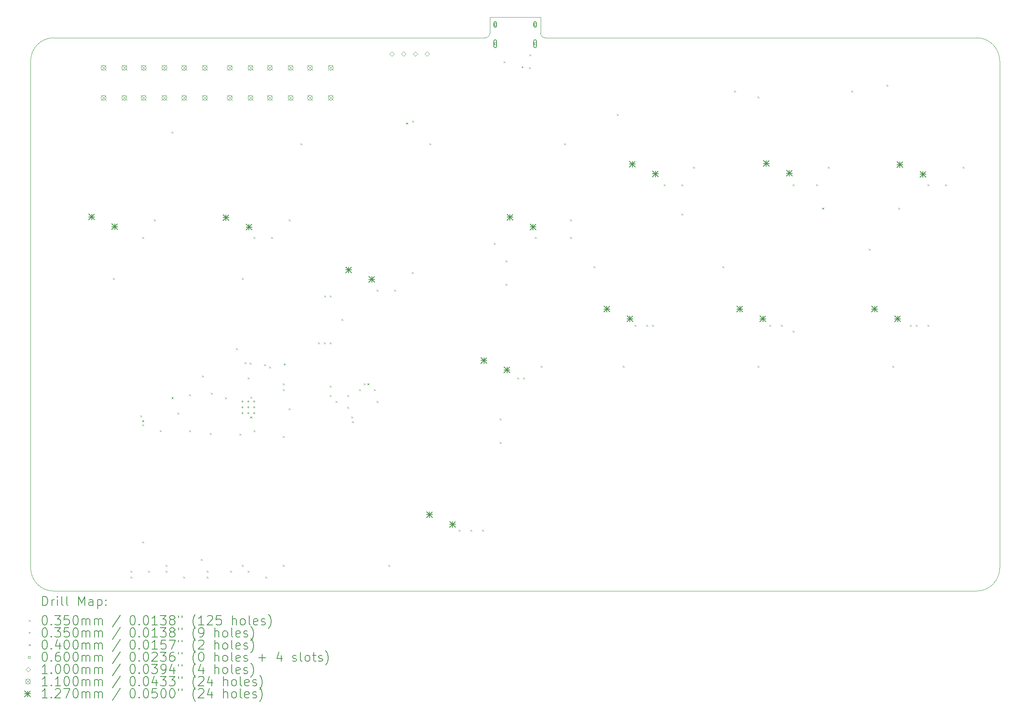
<source format=gbr>
%TF.GenerationSoftware,KiCad,Pcbnew,7.0.5*%
%TF.CreationDate,2023-10-21T15:47:48-07:00*%
%TF.ProjectId,VBox,56426f78-2e6b-4696-9361-645f70636258,rev?*%
%TF.SameCoordinates,Original*%
%TF.FileFunction,Drillmap*%
%TF.FilePolarity,Positive*%
%FSLAX45Y45*%
G04 Gerber Fmt 4.5, Leading zero omitted, Abs format (unit mm)*
G04 Created by KiCad (PCBNEW 7.0.5) date 2023-10-21 15:47:48*
%MOMM*%
%LPD*%
G01*
G04 APERTURE LIST*
%ADD10C,0.050000*%
%ADD11C,0.200000*%
%ADD12C,0.035000*%
%ADD13C,0.040000*%
%ADD14C,0.060000*%
%ADD15C,0.100000*%
%ADD16C,0.110000*%
%ADD17C,0.127000*%
G04 APERTURE END LIST*
D10*
X24790557Y-3274553D02*
G75*
G03*
X24290553Y-2774553I-500007J-7D01*
G01*
X4290553Y-2774553D02*
X13640553Y-2774553D01*
X13740553Y-2324553D02*
X14840553Y-2324553D01*
X14840553Y-2324553D02*
X14840553Y-2674553D01*
X4290553Y-2774553D02*
G75*
G03*
X3790553Y-3274553I0J-500000D01*
G01*
X3790553Y-14274553D02*
G75*
G03*
X4290553Y-14774553I500000J0D01*
G01*
X14940553Y-2774553D02*
X24290553Y-2774553D01*
X24290553Y-14774553D02*
G75*
G03*
X24790553Y-14274553I-3J500003D01*
G01*
X13640553Y-2774553D02*
G75*
G03*
X13740553Y-2674553I-3J100003D01*
G01*
X24290553Y-14774553D02*
X4290553Y-14774553D01*
X13740553Y-2674553D02*
X13740553Y-2324553D01*
X14840557Y-2674553D02*
G75*
G03*
X14940553Y-2774553I99993J-7D01*
G01*
X24790553Y-3274553D02*
X24790553Y-14274553D01*
X3790553Y-14274553D02*
X3790553Y-3274553D01*
D11*
D12*
X5570500Y-7983500D02*
X5605500Y-8018500D01*
X5605500Y-7983500D02*
X5570500Y-8018500D01*
X5951500Y-14333500D02*
X5986500Y-14368500D01*
X5986500Y-14333500D02*
X5951500Y-14368500D01*
X5951500Y-14460500D02*
X5986500Y-14495500D01*
X5986500Y-14460500D02*
X5951500Y-14495500D01*
X6165967Y-10965500D02*
X6200967Y-11000500D01*
X6200967Y-10965500D02*
X6165967Y-11000500D01*
X6205500Y-7094500D02*
X6240500Y-7129500D01*
X6240500Y-7094500D02*
X6205500Y-7129500D01*
X6205500Y-13698500D02*
X6240500Y-13733500D01*
X6240500Y-13698500D02*
X6205500Y-13733500D01*
X6206397Y-11068014D02*
X6241397Y-11103014D01*
X6241397Y-11068014D02*
X6206397Y-11103014D01*
X6206947Y-11158500D02*
X6241947Y-11193500D01*
X6241947Y-11158500D02*
X6206947Y-11193500D01*
X6332500Y-14333500D02*
X6367500Y-14368500D01*
X6367500Y-14333500D02*
X6332500Y-14368500D01*
X6459500Y-6713500D02*
X6494500Y-6748500D01*
X6494500Y-6713500D02*
X6459500Y-6748500D01*
X6586500Y-11285500D02*
X6621500Y-11320500D01*
X6621500Y-11285500D02*
X6586500Y-11320500D01*
X6713500Y-14206500D02*
X6748500Y-14241500D01*
X6748500Y-14206500D02*
X6713500Y-14241500D01*
X6713500Y-14333500D02*
X6748500Y-14368500D01*
X6748500Y-14333500D02*
X6713500Y-14368500D01*
X6840500Y-4808500D02*
X6875500Y-4843500D01*
X6875500Y-4808500D02*
X6840500Y-4843500D01*
X6840500Y-10568500D02*
X6875500Y-10603500D01*
X6875500Y-10568500D02*
X6840500Y-10603500D01*
X6967500Y-10904500D02*
X7002500Y-10939500D01*
X7002500Y-10904500D02*
X6967500Y-10939500D01*
X7094500Y-14460500D02*
X7129500Y-14495500D01*
X7129500Y-14460500D02*
X7094500Y-14495500D01*
X7221500Y-10508550D02*
X7256500Y-10543550D01*
X7256500Y-10508550D02*
X7221500Y-10543550D01*
X7221500Y-11285500D02*
X7256500Y-11320500D01*
X7256500Y-11285500D02*
X7221500Y-11320500D01*
X7475500Y-14079500D02*
X7510500Y-14114500D01*
X7510500Y-14079500D02*
X7475500Y-14114500D01*
X7499565Y-10095332D02*
X7534565Y-10130332D01*
X7534565Y-10095332D02*
X7499565Y-10130332D01*
X7602500Y-14333500D02*
X7637500Y-14368500D01*
X7637500Y-14333500D02*
X7602500Y-14368500D01*
X7602500Y-14460500D02*
X7637500Y-14495500D01*
X7637500Y-14460500D02*
X7602500Y-14495500D01*
X7669500Y-11345500D02*
X7704500Y-11380500D01*
X7704500Y-11345500D02*
X7669500Y-11380500D01*
X7696705Y-10474750D02*
X7731705Y-10509750D01*
X7731705Y-10474750D02*
X7696705Y-10509750D01*
X8003564Y-10571550D02*
X8038564Y-10606550D01*
X8038564Y-10571550D02*
X8003564Y-10606550D01*
X8110500Y-14333500D02*
X8145500Y-14368500D01*
X8145500Y-14333500D02*
X8110500Y-14368500D01*
X8237500Y-9507500D02*
X8272500Y-9542500D01*
X8272500Y-9507500D02*
X8237500Y-9542500D01*
X8314444Y-11358593D02*
X8349444Y-11393593D01*
X8349444Y-11358593D02*
X8314444Y-11393593D01*
X8364500Y-7983500D02*
X8399500Y-8018500D01*
X8399500Y-7983500D02*
X8364500Y-8018500D01*
X8364500Y-14206500D02*
X8399500Y-14241500D01*
X8399500Y-14206500D02*
X8364500Y-14241500D01*
X8426638Y-9811303D02*
X8461638Y-9846303D01*
X8461638Y-9811303D02*
X8426638Y-9846303D01*
X8491500Y-10142500D02*
X8526500Y-10177500D01*
X8526500Y-10142500D02*
X8491500Y-10177500D01*
X8491500Y-14333500D02*
X8526500Y-14368500D01*
X8526500Y-14333500D02*
X8491500Y-14368500D01*
X8532983Y-9822117D02*
X8567983Y-9857117D01*
X8567983Y-9822117D02*
X8532983Y-9857117D01*
X8548906Y-10984344D02*
X8583906Y-11019344D01*
X8583906Y-10984344D02*
X8548906Y-11019344D01*
X8554457Y-10559503D02*
X8589457Y-10594503D01*
X8589457Y-10559503D02*
X8554457Y-10594503D01*
X8618500Y-7094500D02*
X8653500Y-7129500D01*
X8653500Y-7094500D02*
X8618500Y-7129500D01*
X8618500Y-11285500D02*
X8653500Y-11320500D01*
X8653500Y-11285500D02*
X8618500Y-11320500D01*
X8852017Y-9851858D02*
X8887017Y-9886858D01*
X8887017Y-9851858D02*
X8852017Y-9886858D01*
X8872500Y-14460500D02*
X8907500Y-14495500D01*
X8907500Y-14460500D02*
X8872500Y-14495500D01*
X8957460Y-9906833D02*
X8992460Y-9941833D01*
X8992460Y-9906833D02*
X8957460Y-9941833D01*
X8999500Y-7094500D02*
X9034500Y-7129500D01*
X9034500Y-7094500D02*
X8999500Y-7129500D01*
X9253500Y-10269500D02*
X9288500Y-10304500D01*
X9288500Y-10269500D02*
X9253500Y-10304500D01*
X9253500Y-10396500D02*
X9288500Y-10431500D01*
X9288500Y-10396500D02*
X9253500Y-10431500D01*
X9253500Y-11412500D02*
X9288500Y-11447500D01*
X9288500Y-11412500D02*
X9253500Y-11447500D01*
X9253500Y-14206500D02*
X9288500Y-14241500D01*
X9288500Y-14206500D02*
X9253500Y-14241500D01*
X9380500Y-6713500D02*
X9415500Y-6748500D01*
X9415500Y-6713500D02*
X9380500Y-6748500D01*
X9380500Y-10811450D02*
X9415500Y-10846450D01*
X9415500Y-10811450D02*
X9380500Y-10846450D01*
X9634500Y-5062500D02*
X9669500Y-5097500D01*
X9669500Y-5062500D02*
X9634500Y-5097500D01*
X10015500Y-9380500D02*
X10050500Y-9415500D01*
X10050500Y-9380500D02*
X10015500Y-9415500D01*
X10142500Y-9380500D02*
X10177500Y-9415500D01*
X10177500Y-9380500D02*
X10142500Y-9415500D01*
X10155450Y-8364500D02*
X10190450Y-8399500D01*
X10190450Y-8364500D02*
X10155450Y-8399500D01*
X10269500Y-8364500D02*
X10304500Y-8399500D01*
X10304500Y-8364500D02*
X10269500Y-8399500D01*
X10269500Y-9380500D02*
X10304500Y-9415500D01*
X10304500Y-9380500D02*
X10269500Y-9415500D01*
X10269500Y-10320453D02*
X10304500Y-10355453D01*
X10304500Y-10320453D02*
X10269500Y-10355453D01*
X10269500Y-10523500D02*
X10304500Y-10558500D01*
X10304500Y-10523500D02*
X10269500Y-10558500D01*
X10396500Y-10650500D02*
X10431500Y-10685500D01*
X10431500Y-10650500D02*
X10396500Y-10685500D01*
X10523500Y-8872500D02*
X10558500Y-8907500D01*
X10558500Y-8872500D02*
X10523500Y-8907500D01*
X10650500Y-10523500D02*
X10685500Y-10558500D01*
X10685500Y-10523500D02*
X10650500Y-10558500D01*
X10650500Y-10777500D02*
X10685500Y-10812500D01*
X10685500Y-10777500D02*
X10650500Y-10812500D01*
X10737500Y-10991500D02*
X10772500Y-11026500D01*
X10772500Y-10991500D02*
X10737500Y-11026500D01*
X10750450Y-11089408D02*
X10785450Y-11124408D01*
X10785450Y-11089408D02*
X10750450Y-11124408D01*
X10904500Y-10396500D02*
X10939500Y-10431500D01*
X10939500Y-10396500D02*
X10904500Y-10431500D01*
X11008600Y-10269500D02*
X11043600Y-10304500D01*
X11043600Y-10269500D02*
X11008600Y-10304500D01*
X11088550Y-10269500D02*
X11123550Y-10304500D01*
X11123550Y-10269500D02*
X11088550Y-10304500D01*
X11228450Y-10396500D02*
X11263450Y-10431500D01*
X11263450Y-10396500D02*
X11228450Y-10431500D01*
X11285500Y-8237500D02*
X11320500Y-8272500D01*
X11320500Y-8237500D02*
X11285500Y-8272500D01*
X11285500Y-10650500D02*
X11320500Y-10685500D01*
X11320500Y-10650500D02*
X11285500Y-10685500D01*
X11539500Y-14206500D02*
X11574500Y-14241500D01*
X11574500Y-14206500D02*
X11539500Y-14241500D01*
X11666500Y-8237500D02*
X11701500Y-8272500D01*
X11701500Y-8237500D02*
X11666500Y-8272500D01*
X11926450Y-4614450D02*
X11961450Y-4649450D01*
X11961450Y-4614450D02*
X11926450Y-4649450D01*
X12047500Y-7856500D02*
X12082500Y-7891500D01*
X12082500Y-7856500D02*
X12047500Y-7891500D01*
X12059341Y-4567450D02*
X12094341Y-4602450D01*
X12094341Y-4567450D02*
X12059341Y-4602450D01*
X12428500Y-5062500D02*
X12463500Y-5097500D01*
X12463500Y-5062500D02*
X12428500Y-5097500D01*
X13063500Y-13444500D02*
X13098500Y-13479500D01*
X13098500Y-13444500D02*
X13063500Y-13479500D01*
X13317500Y-13444500D02*
X13352500Y-13479500D01*
X13352500Y-13444500D02*
X13317500Y-13479500D01*
X13571500Y-13444500D02*
X13606500Y-13479500D01*
X13606500Y-13444500D02*
X13571500Y-13479500D01*
X13825500Y-7221500D02*
X13860500Y-7256500D01*
X13860500Y-7221500D02*
X13825500Y-7256500D01*
X13952500Y-11031500D02*
X13987500Y-11066500D01*
X13987500Y-11031500D02*
X13952500Y-11066500D01*
X13952500Y-11539500D02*
X13987500Y-11574500D01*
X13987500Y-11539500D02*
X13952500Y-11574500D01*
X14038103Y-3284500D02*
X14073103Y-3319500D01*
X14073103Y-3284500D02*
X14038103Y-3319500D01*
X14079500Y-7602500D02*
X14114500Y-7637500D01*
X14114500Y-7602500D02*
X14079500Y-7637500D01*
X14079500Y-8110500D02*
X14114500Y-8145500D01*
X14114500Y-8110500D02*
X14079500Y-8145500D01*
X14333500Y-10142500D02*
X14368500Y-10177500D01*
X14368500Y-10142500D02*
X14333500Y-10177500D01*
X14460500Y-10142500D02*
X14495500Y-10177500D01*
X14495500Y-10142500D02*
X14460500Y-10177500D01*
X14587500Y-3411500D02*
X14622500Y-3446500D01*
X14622500Y-3411500D02*
X14587500Y-3446500D01*
X14598330Y-3132165D02*
X14633330Y-3167165D01*
X14633330Y-3132165D02*
X14598330Y-3167165D01*
X14714500Y-7094500D02*
X14749500Y-7129500D01*
X14749500Y-7094500D02*
X14714500Y-7129500D01*
X14841500Y-9888500D02*
X14876500Y-9923500D01*
X14876500Y-9888500D02*
X14841500Y-9923500D01*
X15349500Y-5062500D02*
X15384500Y-5097500D01*
X15384500Y-5062500D02*
X15349500Y-5097500D01*
X15476500Y-6713500D02*
X15511500Y-6748500D01*
X15511500Y-6713500D02*
X15476500Y-6748500D01*
X15476500Y-7094500D02*
X15511500Y-7129500D01*
X15511500Y-7094500D02*
X15476500Y-7129500D01*
X15984500Y-7729500D02*
X16019500Y-7764500D01*
X16019500Y-7729500D02*
X15984500Y-7764500D01*
X16492500Y-4427500D02*
X16527500Y-4462500D01*
X16527500Y-4427500D02*
X16492500Y-4462500D01*
X16619500Y-9888500D02*
X16654500Y-9923500D01*
X16654500Y-9888500D02*
X16619500Y-9923500D01*
X16873500Y-8999500D02*
X16908500Y-9034500D01*
X16908500Y-8999500D02*
X16873500Y-9034500D01*
X17127500Y-8999500D02*
X17162500Y-9034500D01*
X17162500Y-8999500D02*
X17127500Y-9034500D01*
X17254500Y-8999500D02*
X17289500Y-9034500D01*
X17289500Y-8999500D02*
X17254500Y-9034500D01*
X17508500Y-5951500D02*
X17543500Y-5986500D01*
X17543500Y-5951500D02*
X17508500Y-5986500D01*
X17889500Y-5951500D02*
X17924500Y-5986500D01*
X17924500Y-5951500D02*
X17889500Y-5986500D01*
X17889500Y-6586500D02*
X17924500Y-6621500D01*
X17924500Y-6586500D02*
X17889500Y-6621500D01*
X18143500Y-5570500D02*
X18178500Y-5605500D01*
X18178500Y-5570500D02*
X18143500Y-5605500D01*
X18778500Y-7729500D02*
X18813500Y-7764500D01*
X18813500Y-7729500D02*
X18778500Y-7764500D01*
X19032500Y-3919500D02*
X19067500Y-3954500D01*
X19067500Y-3919500D02*
X19032500Y-3954500D01*
X19540500Y-4046500D02*
X19575500Y-4081500D01*
X19575500Y-4046500D02*
X19540500Y-4081500D01*
X19540500Y-9888500D02*
X19575500Y-9923500D01*
X19575500Y-9888500D02*
X19540500Y-9923500D01*
X19794500Y-8999500D02*
X19829500Y-9034500D01*
X19829500Y-8999500D02*
X19794500Y-9034500D01*
X20048500Y-8999500D02*
X20083500Y-9034500D01*
X20083500Y-8999500D02*
X20048500Y-9034500D01*
X20302500Y-5951500D02*
X20337500Y-5986500D01*
X20337500Y-5951500D02*
X20302500Y-5986500D01*
X20302500Y-9126500D02*
X20337500Y-9161500D01*
X20337500Y-9126500D02*
X20302500Y-9161500D01*
X20810500Y-5951500D02*
X20845500Y-5986500D01*
X20845500Y-5951500D02*
X20810500Y-5986500D01*
X20943747Y-6456347D02*
X20978747Y-6491347D01*
X20978747Y-6456347D02*
X20943747Y-6491347D01*
X21064500Y-5570500D02*
X21099500Y-5605500D01*
X21099500Y-5570500D02*
X21064500Y-5605500D01*
X21572500Y-3919500D02*
X21607500Y-3954500D01*
X21607500Y-3919500D02*
X21572500Y-3954500D01*
X21953500Y-7348500D02*
X21988500Y-7383500D01*
X21988500Y-7348500D02*
X21953500Y-7383500D01*
X22334500Y-3792500D02*
X22369500Y-3827500D01*
X22369500Y-3792500D02*
X22334500Y-3827500D01*
X22461500Y-9888500D02*
X22496500Y-9923500D01*
X22496500Y-9888500D02*
X22461500Y-9923500D01*
X22588500Y-6459500D02*
X22623500Y-6494500D01*
X22623500Y-6459500D02*
X22588500Y-6494500D01*
X22842500Y-8999500D02*
X22877500Y-9034500D01*
X22877500Y-8999500D02*
X22842500Y-9034500D01*
X22969500Y-8999500D02*
X23004500Y-9034500D01*
X23004500Y-8999500D02*
X22969500Y-9034500D01*
X23223500Y-5951500D02*
X23258500Y-5986500D01*
X23258500Y-5951500D02*
X23223500Y-5986500D01*
X23223500Y-8999500D02*
X23258500Y-9034500D01*
X23258500Y-8999500D02*
X23223500Y-9034500D01*
X23604500Y-5951500D02*
X23639500Y-5986500D01*
X23639500Y-5951500D02*
X23604500Y-5986500D01*
X23985500Y-5570500D02*
X24020500Y-5605500D01*
X24020500Y-5570500D02*
X23985500Y-5605500D01*
X8395886Y-10661500D02*
G75*
G03*
X8395886Y-10661500I-17500J0D01*
G01*
X8395886Y-10789000D02*
G75*
G03*
X8395886Y-10789000I-17500J0D01*
G01*
X8395886Y-10916500D02*
G75*
G03*
X8395886Y-10916500I-17500J0D01*
G01*
X8523386Y-10661500D02*
G75*
G03*
X8523386Y-10661500I-17500J0D01*
G01*
X8523386Y-10789000D02*
G75*
G03*
X8523386Y-10789000I-17500J0D01*
G01*
X8523386Y-10916500D02*
G75*
G03*
X8523386Y-10916500I-17500J0D01*
G01*
X8650886Y-10661500D02*
G75*
G03*
X8650886Y-10661500I-17500J0D01*
G01*
X8650886Y-10789000D02*
G75*
G03*
X8650886Y-10789000I-17500J0D01*
G01*
X8650886Y-10916500D02*
G75*
G03*
X8650886Y-10916500I-17500J0D01*
G01*
D13*
X9291997Y-9837791D02*
X9291997Y-9877791D01*
X9271997Y-9857791D02*
X9311997Y-9857791D01*
X14446302Y-3388945D02*
X14446302Y-3428945D01*
X14426302Y-3408945D02*
X14466302Y-3408945D01*
D14*
X13879767Y-2505767D02*
X13879767Y-2463340D01*
X13837340Y-2463340D01*
X13837340Y-2505767D01*
X13879767Y-2505767D01*
D11*
X13888553Y-2514553D02*
X13888553Y-2454553D01*
X13888553Y-2454553D02*
G75*
G03*
X13828553Y-2454553I-30000J0D01*
G01*
X13828553Y-2454553D02*
X13828553Y-2514553D01*
X13828553Y-2514553D02*
G75*
G03*
X13888553Y-2514553I30000J0D01*
G01*
D14*
X13879767Y-2923767D02*
X13879767Y-2881340D01*
X13837340Y-2881340D01*
X13837340Y-2923767D01*
X13879767Y-2923767D01*
D11*
X13888553Y-2957553D02*
X13888553Y-2847553D01*
X13888553Y-2847553D02*
G75*
G03*
X13828553Y-2847553I-30000J0D01*
G01*
X13828553Y-2847553D02*
X13828553Y-2957553D01*
X13828553Y-2957553D02*
G75*
G03*
X13888553Y-2957553I30000J0D01*
G01*
D14*
X14743767Y-2505767D02*
X14743767Y-2463340D01*
X14701340Y-2463340D01*
X14701340Y-2505767D01*
X14743767Y-2505767D01*
D11*
X14752553Y-2514553D02*
X14752553Y-2454553D01*
X14752553Y-2454553D02*
G75*
G03*
X14692553Y-2454553I-30000J0D01*
G01*
X14692553Y-2454553D02*
X14692553Y-2514553D01*
X14692553Y-2514553D02*
G75*
G03*
X14752553Y-2514553I30000J0D01*
G01*
D14*
X14743767Y-2923767D02*
X14743767Y-2881340D01*
X14701340Y-2881340D01*
X14701340Y-2923767D01*
X14743767Y-2923767D01*
D11*
X14752553Y-2957553D02*
X14752553Y-2847553D01*
X14752553Y-2847553D02*
G75*
G03*
X14692553Y-2847553I-30000J0D01*
G01*
X14692553Y-2847553D02*
X14692553Y-2957553D01*
X14692553Y-2957553D02*
G75*
G03*
X14752553Y-2957553I30000J0D01*
G01*
D15*
X11620000Y-3170000D02*
X11670000Y-3120000D01*
X11620000Y-3070000D01*
X11570000Y-3120000D01*
X11620000Y-3170000D01*
X11874000Y-3170000D02*
X11924000Y-3120000D01*
X11874000Y-3070000D01*
X11824000Y-3120000D01*
X11874000Y-3170000D01*
X12128000Y-3170000D02*
X12178000Y-3120000D01*
X12128000Y-3070000D01*
X12078000Y-3120000D01*
X12128000Y-3170000D01*
X12382000Y-3170000D02*
X12432000Y-3120000D01*
X12382000Y-3070000D01*
X12332000Y-3120000D01*
X12382000Y-3170000D01*
D16*
X5315000Y-3369553D02*
X5425000Y-3479553D01*
X5425000Y-3369553D02*
X5315000Y-3479553D01*
X5425000Y-3424553D02*
G75*
G03*
X5425000Y-3424553I-55000J0D01*
G01*
X5315000Y-4019553D02*
X5425000Y-4129553D01*
X5425000Y-4019553D02*
X5315000Y-4129553D01*
X5425000Y-4074553D02*
G75*
G03*
X5425000Y-4074553I-55000J0D01*
G01*
X5765000Y-3369553D02*
X5875000Y-3479553D01*
X5875000Y-3369553D02*
X5765000Y-3479553D01*
X5875000Y-3424553D02*
G75*
G03*
X5875000Y-3424553I-55000J0D01*
G01*
X5765000Y-4019553D02*
X5875000Y-4129553D01*
X5875000Y-4019553D02*
X5765000Y-4129553D01*
X5875000Y-4074553D02*
G75*
G03*
X5875000Y-4074553I-55000J0D01*
G01*
X6185000Y-3370000D02*
X6295000Y-3480000D01*
X6295000Y-3370000D02*
X6185000Y-3480000D01*
X6295000Y-3425000D02*
G75*
G03*
X6295000Y-3425000I-55000J0D01*
G01*
X6185000Y-4020000D02*
X6295000Y-4130000D01*
X6295000Y-4020000D02*
X6185000Y-4130000D01*
X6295000Y-4075000D02*
G75*
G03*
X6295000Y-4075000I-55000J0D01*
G01*
X6635000Y-3370000D02*
X6745000Y-3480000D01*
X6745000Y-3370000D02*
X6635000Y-3480000D01*
X6745000Y-3425000D02*
G75*
G03*
X6745000Y-3425000I-55000J0D01*
G01*
X6635000Y-4020000D02*
X6745000Y-4130000D01*
X6745000Y-4020000D02*
X6635000Y-4130000D01*
X6745000Y-4075000D02*
G75*
G03*
X6745000Y-4075000I-55000J0D01*
G01*
X7060000Y-3370000D02*
X7170000Y-3480000D01*
X7170000Y-3370000D02*
X7060000Y-3480000D01*
X7170000Y-3425000D02*
G75*
G03*
X7170000Y-3425000I-55000J0D01*
G01*
X7060000Y-4020000D02*
X7170000Y-4130000D01*
X7170000Y-4020000D02*
X7060000Y-4130000D01*
X7170000Y-4075000D02*
G75*
G03*
X7170000Y-4075000I-55000J0D01*
G01*
X7510000Y-3370000D02*
X7620000Y-3480000D01*
X7620000Y-3370000D02*
X7510000Y-3480000D01*
X7620000Y-3425000D02*
G75*
G03*
X7620000Y-3425000I-55000J0D01*
G01*
X7510000Y-4020000D02*
X7620000Y-4130000D01*
X7620000Y-4020000D02*
X7510000Y-4130000D01*
X7620000Y-4075000D02*
G75*
G03*
X7620000Y-4075000I-55000J0D01*
G01*
X8050000Y-3370000D02*
X8160000Y-3480000D01*
X8160000Y-3370000D02*
X8050000Y-3480000D01*
X8160000Y-3425000D02*
G75*
G03*
X8160000Y-3425000I-55000J0D01*
G01*
X8050000Y-4020000D02*
X8160000Y-4130000D01*
X8160000Y-4020000D02*
X8050000Y-4130000D01*
X8160000Y-4075000D02*
G75*
G03*
X8160000Y-4075000I-55000J0D01*
G01*
X8500000Y-3370000D02*
X8610000Y-3480000D01*
X8610000Y-3370000D02*
X8500000Y-3480000D01*
X8610000Y-3425000D02*
G75*
G03*
X8610000Y-3425000I-55000J0D01*
G01*
X8500000Y-4020000D02*
X8610000Y-4130000D01*
X8610000Y-4020000D02*
X8500000Y-4130000D01*
X8610000Y-4075000D02*
G75*
G03*
X8610000Y-4075000I-55000J0D01*
G01*
X8920000Y-3370000D02*
X9030000Y-3480000D01*
X9030000Y-3370000D02*
X8920000Y-3480000D01*
X9030000Y-3425000D02*
G75*
G03*
X9030000Y-3425000I-55000J0D01*
G01*
X8920000Y-4020000D02*
X9030000Y-4130000D01*
X9030000Y-4020000D02*
X8920000Y-4130000D01*
X9030000Y-4075000D02*
G75*
G03*
X9030000Y-4075000I-55000J0D01*
G01*
X9370000Y-3370000D02*
X9480000Y-3480000D01*
X9480000Y-3370000D02*
X9370000Y-3480000D01*
X9480000Y-3425000D02*
G75*
G03*
X9480000Y-3425000I-55000J0D01*
G01*
X9370000Y-4020000D02*
X9480000Y-4130000D01*
X9480000Y-4020000D02*
X9370000Y-4130000D01*
X9480000Y-4075000D02*
G75*
G03*
X9480000Y-4075000I-55000J0D01*
G01*
X9790000Y-3370000D02*
X9900000Y-3480000D01*
X9900000Y-3370000D02*
X9790000Y-3480000D01*
X9900000Y-3425000D02*
G75*
G03*
X9900000Y-3425000I-55000J0D01*
G01*
X9790000Y-4020000D02*
X9900000Y-4130000D01*
X9900000Y-4020000D02*
X9790000Y-4130000D01*
X9900000Y-4075000D02*
G75*
G03*
X9900000Y-4075000I-55000J0D01*
G01*
X10240000Y-3370000D02*
X10350000Y-3480000D01*
X10350000Y-3370000D02*
X10240000Y-3480000D01*
X10350000Y-3425000D02*
G75*
G03*
X10350000Y-3425000I-55000J0D01*
G01*
X10240000Y-4020000D02*
X10350000Y-4130000D01*
X10350000Y-4020000D02*
X10240000Y-4130000D01*
X10350000Y-4075000D02*
G75*
G03*
X10350000Y-4075000I-55000J0D01*
G01*
D17*
X5049553Y-6596053D02*
X5176553Y-6723053D01*
X5176553Y-6596053D02*
X5049553Y-6723053D01*
X5113053Y-6596053D02*
X5113053Y-6723053D01*
X5049553Y-6659553D02*
X5176553Y-6659553D01*
X5549553Y-6806053D02*
X5676553Y-6933053D01*
X5676553Y-6806053D02*
X5549553Y-6933053D01*
X5613053Y-6806053D02*
X5613053Y-6933053D01*
X5549553Y-6869553D02*
X5676553Y-6869553D01*
X7959053Y-6608053D02*
X8086053Y-6735053D01*
X8086053Y-6608053D02*
X7959053Y-6735053D01*
X8022553Y-6608053D02*
X8022553Y-6735053D01*
X7959053Y-6671553D02*
X8086053Y-6671553D01*
X8459053Y-6818053D02*
X8586053Y-6945053D01*
X8586053Y-6818053D02*
X8459053Y-6945053D01*
X8522553Y-6818053D02*
X8522553Y-6945053D01*
X8459053Y-6881553D02*
X8586053Y-6881553D01*
X10619053Y-7743053D02*
X10746053Y-7870053D01*
X10746053Y-7743053D02*
X10619053Y-7870053D01*
X10682553Y-7743053D02*
X10682553Y-7870053D01*
X10619053Y-7806553D02*
X10746053Y-7806553D01*
X11119053Y-7953053D02*
X11246053Y-8080053D01*
X11246053Y-7953053D02*
X11119053Y-8080053D01*
X11182553Y-7953053D02*
X11182553Y-8080053D01*
X11119053Y-8016553D02*
X11246053Y-8016553D01*
X12369053Y-13053053D02*
X12496053Y-13180053D01*
X12496053Y-13053053D02*
X12369053Y-13180053D01*
X12432553Y-13053053D02*
X12432553Y-13180053D01*
X12369053Y-13116553D02*
X12496053Y-13116553D01*
X12869053Y-13263053D02*
X12996053Y-13390053D01*
X12996053Y-13263053D02*
X12869053Y-13390053D01*
X12932553Y-13263053D02*
X12932553Y-13390053D01*
X12869053Y-13326553D02*
X12996053Y-13326553D01*
X13552053Y-9706053D02*
X13679053Y-9833053D01*
X13679053Y-9706053D02*
X13552053Y-9833053D01*
X13615553Y-9706053D02*
X13615553Y-9833053D01*
X13552053Y-9769553D02*
X13679053Y-9769553D01*
X14052053Y-9916053D02*
X14179053Y-10043053D01*
X14179053Y-9916053D02*
X14052053Y-10043053D01*
X14115553Y-9916053D02*
X14115553Y-10043053D01*
X14052053Y-9979553D02*
X14179053Y-9979553D01*
X14113053Y-6602053D02*
X14240053Y-6729053D01*
X14240053Y-6602053D02*
X14113053Y-6729053D01*
X14176553Y-6602053D02*
X14176553Y-6729053D01*
X14113053Y-6665553D02*
X14240053Y-6665553D01*
X14613053Y-6812053D02*
X14740053Y-6939053D01*
X14740053Y-6812053D02*
X14613053Y-6939053D01*
X14676553Y-6812053D02*
X14676553Y-6939053D01*
X14613053Y-6875553D02*
X14740053Y-6875553D01*
X16213053Y-8595053D02*
X16340053Y-8722053D01*
X16340053Y-8595053D02*
X16213053Y-8722053D01*
X16276553Y-8595053D02*
X16276553Y-8722053D01*
X16213053Y-8658553D02*
X16340053Y-8658553D01*
X16713053Y-8805053D02*
X16840053Y-8932053D01*
X16840053Y-8805053D02*
X16713053Y-8932053D01*
X16776553Y-8805053D02*
X16776553Y-8932053D01*
X16713053Y-8868553D02*
X16840053Y-8868553D01*
X16769053Y-5449053D02*
X16896053Y-5576053D01*
X16896053Y-5449053D02*
X16769053Y-5576053D01*
X16832553Y-5449053D02*
X16832553Y-5576053D01*
X16769053Y-5512553D02*
X16896053Y-5512553D01*
X17269053Y-5659053D02*
X17396053Y-5786053D01*
X17396053Y-5659053D02*
X17269053Y-5786053D01*
X17332553Y-5659053D02*
X17332553Y-5786053D01*
X17269053Y-5722553D02*
X17396053Y-5722553D01*
X19098053Y-8595053D02*
X19225053Y-8722053D01*
X19225053Y-8595053D02*
X19098053Y-8722053D01*
X19161553Y-8595053D02*
X19161553Y-8722053D01*
X19098053Y-8658553D02*
X19225053Y-8658553D01*
X19598053Y-8805053D02*
X19725053Y-8932053D01*
X19725053Y-8805053D02*
X19598053Y-8932053D01*
X19661553Y-8805053D02*
X19661553Y-8932053D01*
X19598053Y-8868553D02*
X19725053Y-8868553D01*
X19666053Y-5437053D02*
X19793053Y-5564053D01*
X19793053Y-5437053D02*
X19666053Y-5564053D01*
X19729553Y-5437053D02*
X19729553Y-5564053D01*
X19666053Y-5500553D02*
X19793053Y-5500553D01*
X20166053Y-5647053D02*
X20293053Y-5774053D01*
X20293053Y-5647053D02*
X20166053Y-5774053D01*
X20229553Y-5647053D02*
X20229553Y-5774053D01*
X20166053Y-5710553D02*
X20293053Y-5710553D01*
X22019053Y-8595053D02*
X22146053Y-8722053D01*
X22146053Y-8595053D02*
X22019053Y-8722053D01*
X22082553Y-8595053D02*
X22082553Y-8722053D01*
X22019053Y-8658553D02*
X22146053Y-8658553D01*
X22519053Y-8805053D02*
X22646053Y-8932053D01*
X22646053Y-8805053D02*
X22519053Y-8932053D01*
X22582553Y-8805053D02*
X22582553Y-8932053D01*
X22519053Y-8868553D02*
X22646053Y-8868553D01*
X22563053Y-5461053D02*
X22690053Y-5588053D01*
X22690053Y-5461053D02*
X22563053Y-5588053D01*
X22626553Y-5461053D02*
X22626553Y-5588053D01*
X22563053Y-5524553D02*
X22690053Y-5524553D01*
X23063053Y-5671053D02*
X23190053Y-5798053D01*
X23190053Y-5671053D02*
X23063053Y-5798053D01*
X23126553Y-5671053D02*
X23126553Y-5798053D01*
X23063053Y-5734553D02*
X23190053Y-5734553D01*
D11*
X4048830Y-15088537D02*
X4048830Y-14888537D01*
X4048830Y-14888537D02*
X4096449Y-14888537D01*
X4096449Y-14888537D02*
X4125021Y-14898061D01*
X4125021Y-14898061D02*
X4144068Y-14917109D01*
X4144068Y-14917109D02*
X4153592Y-14936156D01*
X4153592Y-14936156D02*
X4163116Y-14974251D01*
X4163116Y-14974251D02*
X4163116Y-15002823D01*
X4163116Y-15002823D02*
X4153592Y-15040918D01*
X4153592Y-15040918D02*
X4144068Y-15059966D01*
X4144068Y-15059966D02*
X4125021Y-15079013D01*
X4125021Y-15079013D02*
X4096449Y-15088537D01*
X4096449Y-15088537D02*
X4048830Y-15088537D01*
X4248830Y-15088537D02*
X4248830Y-14955204D01*
X4248830Y-14993299D02*
X4258354Y-14974251D01*
X4258354Y-14974251D02*
X4267878Y-14964728D01*
X4267878Y-14964728D02*
X4286925Y-14955204D01*
X4286925Y-14955204D02*
X4305973Y-14955204D01*
X4372640Y-15088537D02*
X4372640Y-14955204D01*
X4372640Y-14888537D02*
X4363116Y-14898061D01*
X4363116Y-14898061D02*
X4372640Y-14907585D01*
X4372640Y-14907585D02*
X4382164Y-14898061D01*
X4382164Y-14898061D02*
X4372640Y-14888537D01*
X4372640Y-14888537D02*
X4372640Y-14907585D01*
X4496449Y-15088537D02*
X4477402Y-15079013D01*
X4477402Y-15079013D02*
X4467878Y-15059966D01*
X4467878Y-15059966D02*
X4467878Y-14888537D01*
X4601211Y-15088537D02*
X4582164Y-15079013D01*
X4582164Y-15079013D02*
X4572640Y-15059966D01*
X4572640Y-15059966D02*
X4572640Y-14888537D01*
X4829783Y-15088537D02*
X4829783Y-14888537D01*
X4829783Y-14888537D02*
X4896449Y-15031394D01*
X4896449Y-15031394D02*
X4963116Y-14888537D01*
X4963116Y-14888537D02*
X4963116Y-15088537D01*
X5144068Y-15088537D02*
X5144068Y-14983775D01*
X5144068Y-14983775D02*
X5134545Y-14964728D01*
X5134545Y-14964728D02*
X5115497Y-14955204D01*
X5115497Y-14955204D02*
X5077402Y-14955204D01*
X5077402Y-14955204D02*
X5058354Y-14964728D01*
X5144068Y-15079013D02*
X5125021Y-15088537D01*
X5125021Y-15088537D02*
X5077402Y-15088537D01*
X5077402Y-15088537D02*
X5058354Y-15079013D01*
X5058354Y-15079013D02*
X5048830Y-15059966D01*
X5048830Y-15059966D02*
X5048830Y-15040918D01*
X5048830Y-15040918D02*
X5058354Y-15021870D01*
X5058354Y-15021870D02*
X5077402Y-15012347D01*
X5077402Y-15012347D02*
X5125021Y-15012347D01*
X5125021Y-15012347D02*
X5144068Y-15002823D01*
X5239306Y-14955204D02*
X5239306Y-15155204D01*
X5239306Y-14964728D02*
X5258354Y-14955204D01*
X5258354Y-14955204D02*
X5296449Y-14955204D01*
X5296449Y-14955204D02*
X5315497Y-14964728D01*
X5315497Y-14964728D02*
X5325021Y-14974251D01*
X5325021Y-14974251D02*
X5334545Y-14993299D01*
X5334545Y-14993299D02*
X5334545Y-15050442D01*
X5334545Y-15050442D02*
X5325021Y-15069489D01*
X5325021Y-15069489D02*
X5315497Y-15079013D01*
X5315497Y-15079013D02*
X5296449Y-15088537D01*
X5296449Y-15088537D02*
X5258354Y-15088537D01*
X5258354Y-15088537D02*
X5239306Y-15079013D01*
X5420259Y-15069489D02*
X5429783Y-15079013D01*
X5429783Y-15079013D02*
X5420259Y-15088537D01*
X5420259Y-15088537D02*
X5410735Y-15079013D01*
X5410735Y-15079013D02*
X5420259Y-15069489D01*
X5420259Y-15069489D02*
X5420259Y-15088537D01*
X5420259Y-14964728D02*
X5429783Y-14974251D01*
X5429783Y-14974251D02*
X5420259Y-14983775D01*
X5420259Y-14983775D02*
X5410735Y-14974251D01*
X5410735Y-14974251D02*
X5420259Y-14964728D01*
X5420259Y-14964728D02*
X5420259Y-14983775D01*
D12*
X3753053Y-15399553D02*
X3788053Y-15434553D01*
X3788053Y-15399553D02*
X3753053Y-15434553D01*
D11*
X4086925Y-15308537D02*
X4105973Y-15308537D01*
X4105973Y-15308537D02*
X4125021Y-15318061D01*
X4125021Y-15318061D02*
X4134544Y-15327585D01*
X4134544Y-15327585D02*
X4144068Y-15346632D01*
X4144068Y-15346632D02*
X4153592Y-15384728D01*
X4153592Y-15384728D02*
X4153592Y-15432347D01*
X4153592Y-15432347D02*
X4144068Y-15470442D01*
X4144068Y-15470442D02*
X4134544Y-15489489D01*
X4134544Y-15489489D02*
X4125021Y-15499013D01*
X4125021Y-15499013D02*
X4105973Y-15508537D01*
X4105973Y-15508537D02*
X4086925Y-15508537D01*
X4086925Y-15508537D02*
X4067878Y-15499013D01*
X4067878Y-15499013D02*
X4058354Y-15489489D01*
X4058354Y-15489489D02*
X4048830Y-15470442D01*
X4048830Y-15470442D02*
X4039306Y-15432347D01*
X4039306Y-15432347D02*
X4039306Y-15384728D01*
X4039306Y-15384728D02*
X4048830Y-15346632D01*
X4048830Y-15346632D02*
X4058354Y-15327585D01*
X4058354Y-15327585D02*
X4067878Y-15318061D01*
X4067878Y-15318061D02*
X4086925Y-15308537D01*
X4239306Y-15489489D02*
X4248830Y-15499013D01*
X4248830Y-15499013D02*
X4239306Y-15508537D01*
X4239306Y-15508537D02*
X4229783Y-15499013D01*
X4229783Y-15499013D02*
X4239306Y-15489489D01*
X4239306Y-15489489D02*
X4239306Y-15508537D01*
X4315497Y-15308537D02*
X4439306Y-15308537D01*
X4439306Y-15308537D02*
X4372640Y-15384728D01*
X4372640Y-15384728D02*
X4401211Y-15384728D01*
X4401211Y-15384728D02*
X4420259Y-15394251D01*
X4420259Y-15394251D02*
X4429783Y-15403775D01*
X4429783Y-15403775D02*
X4439306Y-15422823D01*
X4439306Y-15422823D02*
X4439306Y-15470442D01*
X4439306Y-15470442D02*
X4429783Y-15489489D01*
X4429783Y-15489489D02*
X4420259Y-15499013D01*
X4420259Y-15499013D02*
X4401211Y-15508537D01*
X4401211Y-15508537D02*
X4344068Y-15508537D01*
X4344068Y-15508537D02*
X4325021Y-15499013D01*
X4325021Y-15499013D02*
X4315497Y-15489489D01*
X4620259Y-15308537D02*
X4525021Y-15308537D01*
X4525021Y-15308537D02*
X4515497Y-15403775D01*
X4515497Y-15403775D02*
X4525021Y-15394251D01*
X4525021Y-15394251D02*
X4544068Y-15384728D01*
X4544068Y-15384728D02*
X4591687Y-15384728D01*
X4591687Y-15384728D02*
X4610735Y-15394251D01*
X4610735Y-15394251D02*
X4620259Y-15403775D01*
X4620259Y-15403775D02*
X4629783Y-15422823D01*
X4629783Y-15422823D02*
X4629783Y-15470442D01*
X4629783Y-15470442D02*
X4620259Y-15489489D01*
X4620259Y-15489489D02*
X4610735Y-15499013D01*
X4610735Y-15499013D02*
X4591687Y-15508537D01*
X4591687Y-15508537D02*
X4544068Y-15508537D01*
X4544068Y-15508537D02*
X4525021Y-15499013D01*
X4525021Y-15499013D02*
X4515497Y-15489489D01*
X4753592Y-15308537D02*
X4772640Y-15308537D01*
X4772640Y-15308537D02*
X4791687Y-15318061D01*
X4791687Y-15318061D02*
X4801211Y-15327585D01*
X4801211Y-15327585D02*
X4810735Y-15346632D01*
X4810735Y-15346632D02*
X4820259Y-15384728D01*
X4820259Y-15384728D02*
X4820259Y-15432347D01*
X4820259Y-15432347D02*
X4810735Y-15470442D01*
X4810735Y-15470442D02*
X4801211Y-15489489D01*
X4801211Y-15489489D02*
X4791687Y-15499013D01*
X4791687Y-15499013D02*
X4772640Y-15508537D01*
X4772640Y-15508537D02*
X4753592Y-15508537D01*
X4753592Y-15508537D02*
X4734545Y-15499013D01*
X4734545Y-15499013D02*
X4725021Y-15489489D01*
X4725021Y-15489489D02*
X4715497Y-15470442D01*
X4715497Y-15470442D02*
X4705973Y-15432347D01*
X4705973Y-15432347D02*
X4705973Y-15384728D01*
X4705973Y-15384728D02*
X4715497Y-15346632D01*
X4715497Y-15346632D02*
X4725021Y-15327585D01*
X4725021Y-15327585D02*
X4734545Y-15318061D01*
X4734545Y-15318061D02*
X4753592Y-15308537D01*
X4905973Y-15508537D02*
X4905973Y-15375204D01*
X4905973Y-15394251D02*
X4915497Y-15384728D01*
X4915497Y-15384728D02*
X4934545Y-15375204D01*
X4934545Y-15375204D02*
X4963116Y-15375204D01*
X4963116Y-15375204D02*
X4982164Y-15384728D01*
X4982164Y-15384728D02*
X4991687Y-15403775D01*
X4991687Y-15403775D02*
X4991687Y-15508537D01*
X4991687Y-15403775D02*
X5001211Y-15384728D01*
X5001211Y-15384728D02*
X5020259Y-15375204D01*
X5020259Y-15375204D02*
X5048830Y-15375204D01*
X5048830Y-15375204D02*
X5067878Y-15384728D01*
X5067878Y-15384728D02*
X5077402Y-15403775D01*
X5077402Y-15403775D02*
X5077402Y-15508537D01*
X5172640Y-15508537D02*
X5172640Y-15375204D01*
X5172640Y-15394251D02*
X5182164Y-15384728D01*
X5182164Y-15384728D02*
X5201211Y-15375204D01*
X5201211Y-15375204D02*
X5229783Y-15375204D01*
X5229783Y-15375204D02*
X5248830Y-15384728D01*
X5248830Y-15384728D02*
X5258354Y-15403775D01*
X5258354Y-15403775D02*
X5258354Y-15508537D01*
X5258354Y-15403775D02*
X5267878Y-15384728D01*
X5267878Y-15384728D02*
X5286926Y-15375204D01*
X5286926Y-15375204D02*
X5315497Y-15375204D01*
X5315497Y-15375204D02*
X5334545Y-15384728D01*
X5334545Y-15384728D02*
X5344068Y-15403775D01*
X5344068Y-15403775D02*
X5344068Y-15508537D01*
X5734545Y-15299013D02*
X5563116Y-15556156D01*
X5991687Y-15308537D02*
X6010735Y-15308537D01*
X6010735Y-15308537D02*
X6029783Y-15318061D01*
X6029783Y-15318061D02*
X6039307Y-15327585D01*
X6039307Y-15327585D02*
X6048830Y-15346632D01*
X6048830Y-15346632D02*
X6058354Y-15384728D01*
X6058354Y-15384728D02*
X6058354Y-15432347D01*
X6058354Y-15432347D02*
X6048830Y-15470442D01*
X6048830Y-15470442D02*
X6039307Y-15489489D01*
X6039307Y-15489489D02*
X6029783Y-15499013D01*
X6029783Y-15499013D02*
X6010735Y-15508537D01*
X6010735Y-15508537D02*
X5991687Y-15508537D01*
X5991687Y-15508537D02*
X5972640Y-15499013D01*
X5972640Y-15499013D02*
X5963116Y-15489489D01*
X5963116Y-15489489D02*
X5953592Y-15470442D01*
X5953592Y-15470442D02*
X5944068Y-15432347D01*
X5944068Y-15432347D02*
X5944068Y-15384728D01*
X5944068Y-15384728D02*
X5953592Y-15346632D01*
X5953592Y-15346632D02*
X5963116Y-15327585D01*
X5963116Y-15327585D02*
X5972640Y-15318061D01*
X5972640Y-15318061D02*
X5991687Y-15308537D01*
X6144068Y-15489489D02*
X6153592Y-15499013D01*
X6153592Y-15499013D02*
X6144068Y-15508537D01*
X6144068Y-15508537D02*
X6134545Y-15499013D01*
X6134545Y-15499013D02*
X6144068Y-15489489D01*
X6144068Y-15489489D02*
X6144068Y-15508537D01*
X6277402Y-15308537D02*
X6296449Y-15308537D01*
X6296449Y-15308537D02*
X6315497Y-15318061D01*
X6315497Y-15318061D02*
X6325021Y-15327585D01*
X6325021Y-15327585D02*
X6334545Y-15346632D01*
X6334545Y-15346632D02*
X6344068Y-15384728D01*
X6344068Y-15384728D02*
X6344068Y-15432347D01*
X6344068Y-15432347D02*
X6334545Y-15470442D01*
X6334545Y-15470442D02*
X6325021Y-15489489D01*
X6325021Y-15489489D02*
X6315497Y-15499013D01*
X6315497Y-15499013D02*
X6296449Y-15508537D01*
X6296449Y-15508537D02*
X6277402Y-15508537D01*
X6277402Y-15508537D02*
X6258354Y-15499013D01*
X6258354Y-15499013D02*
X6248830Y-15489489D01*
X6248830Y-15489489D02*
X6239307Y-15470442D01*
X6239307Y-15470442D02*
X6229783Y-15432347D01*
X6229783Y-15432347D02*
X6229783Y-15384728D01*
X6229783Y-15384728D02*
X6239307Y-15346632D01*
X6239307Y-15346632D02*
X6248830Y-15327585D01*
X6248830Y-15327585D02*
X6258354Y-15318061D01*
X6258354Y-15318061D02*
X6277402Y-15308537D01*
X6534545Y-15508537D02*
X6420259Y-15508537D01*
X6477402Y-15508537D02*
X6477402Y-15308537D01*
X6477402Y-15308537D02*
X6458354Y-15337109D01*
X6458354Y-15337109D02*
X6439307Y-15356156D01*
X6439307Y-15356156D02*
X6420259Y-15365680D01*
X6601211Y-15308537D02*
X6725021Y-15308537D01*
X6725021Y-15308537D02*
X6658354Y-15384728D01*
X6658354Y-15384728D02*
X6686926Y-15384728D01*
X6686926Y-15384728D02*
X6705973Y-15394251D01*
X6705973Y-15394251D02*
X6715497Y-15403775D01*
X6715497Y-15403775D02*
X6725021Y-15422823D01*
X6725021Y-15422823D02*
X6725021Y-15470442D01*
X6725021Y-15470442D02*
X6715497Y-15489489D01*
X6715497Y-15489489D02*
X6705973Y-15499013D01*
X6705973Y-15499013D02*
X6686926Y-15508537D01*
X6686926Y-15508537D02*
X6629783Y-15508537D01*
X6629783Y-15508537D02*
X6610735Y-15499013D01*
X6610735Y-15499013D02*
X6601211Y-15489489D01*
X6839307Y-15394251D02*
X6820259Y-15384728D01*
X6820259Y-15384728D02*
X6810735Y-15375204D01*
X6810735Y-15375204D02*
X6801211Y-15356156D01*
X6801211Y-15356156D02*
X6801211Y-15346632D01*
X6801211Y-15346632D02*
X6810735Y-15327585D01*
X6810735Y-15327585D02*
X6820259Y-15318061D01*
X6820259Y-15318061D02*
X6839307Y-15308537D01*
X6839307Y-15308537D02*
X6877402Y-15308537D01*
X6877402Y-15308537D02*
X6896449Y-15318061D01*
X6896449Y-15318061D02*
X6905973Y-15327585D01*
X6905973Y-15327585D02*
X6915497Y-15346632D01*
X6915497Y-15346632D02*
X6915497Y-15356156D01*
X6915497Y-15356156D02*
X6905973Y-15375204D01*
X6905973Y-15375204D02*
X6896449Y-15384728D01*
X6896449Y-15384728D02*
X6877402Y-15394251D01*
X6877402Y-15394251D02*
X6839307Y-15394251D01*
X6839307Y-15394251D02*
X6820259Y-15403775D01*
X6820259Y-15403775D02*
X6810735Y-15413299D01*
X6810735Y-15413299D02*
X6801211Y-15432347D01*
X6801211Y-15432347D02*
X6801211Y-15470442D01*
X6801211Y-15470442D02*
X6810735Y-15489489D01*
X6810735Y-15489489D02*
X6820259Y-15499013D01*
X6820259Y-15499013D02*
X6839307Y-15508537D01*
X6839307Y-15508537D02*
X6877402Y-15508537D01*
X6877402Y-15508537D02*
X6896449Y-15499013D01*
X6896449Y-15499013D02*
X6905973Y-15489489D01*
X6905973Y-15489489D02*
X6915497Y-15470442D01*
X6915497Y-15470442D02*
X6915497Y-15432347D01*
X6915497Y-15432347D02*
X6905973Y-15413299D01*
X6905973Y-15413299D02*
X6896449Y-15403775D01*
X6896449Y-15403775D02*
X6877402Y-15394251D01*
X6991688Y-15308537D02*
X6991688Y-15346632D01*
X7067878Y-15308537D02*
X7067878Y-15346632D01*
X7363116Y-15584728D02*
X7353592Y-15575204D01*
X7353592Y-15575204D02*
X7334545Y-15546632D01*
X7334545Y-15546632D02*
X7325021Y-15527585D01*
X7325021Y-15527585D02*
X7315497Y-15499013D01*
X7315497Y-15499013D02*
X7305973Y-15451394D01*
X7305973Y-15451394D02*
X7305973Y-15413299D01*
X7305973Y-15413299D02*
X7315497Y-15365680D01*
X7315497Y-15365680D02*
X7325021Y-15337109D01*
X7325021Y-15337109D02*
X7334545Y-15318061D01*
X7334545Y-15318061D02*
X7353592Y-15289489D01*
X7353592Y-15289489D02*
X7363116Y-15279966D01*
X7544069Y-15508537D02*
X7429783Y-15508537D01*
X7486926Y-15508537D02*
X7486926Y-15308537D01*
X7486926Y-15308537D02*
X7467878Y-15337109D01*
X7467878Y-15337109D02*
X7448830Y-15356156D01*
X7448830Y-15356156D02*
X7429783Y-15365680D01*
X7620259Y-15327585D02*
X7629783Y-15318061D01*
X7629783Y-15318061D02*
X7648830Y-15308537D01*
X7648830Y-15308537D02*
X7696450Y-15308537D01*
X7696450Y-15308537D02*
X7715497Y-15318061D01*
X7715497Y-15318061D02*
X7725021Y-15327585D01*
X7725021Y-15327585D02*
X7734545Y-15346632D01*
X7734545Y-15346632D02*
X7734545Y-15365680D01*
X7734545Y-15365680D02*
X7725021Y-15394251D01*
X7725021Y-15394251D02*
X7610735Y-15508537D01*
X7610735Y-15508537D02*
X7734545Y-15508537D01*
X7915497Y-15308537D02*
X7820259Y-15308537D01*
X7820259Y-15308537D02*
X7810735Y-15403775D01*
X7810735Y-15403775D02*
X7820259Y-15394251D01*
X7820259Y-15394251D02*
X7839307Y-15384728D01*
X7839307Y-15384728D02*
X7886926Y-15384728D01*
X7886926Y-15384728D02*
X7905973Y-15394251D01*
X7905973Y-15394251D02*
X7915497Y-15403775D01*
X7915497Y-15403775D02*
X7925021Y-15422823D01*
X7925021Y-15422823D02*
X7925021Y-15470442D01*
X7925021Y-15470442D02*
X7915497Y-15489489D01*
X7915497Y-15489489D02*
X7905973Y-15499013D01*
X7905973Y-15499013D02*
X7886926Y-15508537D01*
X7886926Y-15508537D02*
X7839307Y-15508537D01*
X7839307Y-15508537D02*
X7820259Y-15499013D01*
X7820259Y-15499013D02*
X7810735Y-15489489D01*
X8163116Y-15508537D02*
X8163116Y-15308537D01*
X8248831Y-15508537D02*
X8248831Y-15403775D01*
X8248831Y-15403775D02*
X8239307Y-15384728D01*
X8239307Y-15384728D02*
X8220259Y-15375204D01*
X8220259Y-15375204D02*
X8191688Y-15375204D01*
X8191688Y-15375204D02*
X8172640Y-15384728D01*
X8172640Y-15384728D02*
X8163116Y-15394251D01*
X8372640Y-15508537D02*
X8353592Y-15499013D01*
X8353592Y-15499013D02*
X8344069Y-15489489D01*
X8344069Y-15489489D02*
X8334545Y-15470442D01*
X8334545Y-15470442D02*
X8334545Y-15413299D01*
X8334545Y-15413299D02*
X8344069Y-15394251D01*
X8344069Y-15394251D02*
X8353592Y-15384728D01*
X8353592Y-15384728D02*
X8372640Y-15375204D01*
X8372640Y-15375204D02*
X8401212Y-15375204D01*
X8401212Y-15375204D02*
X8420259Y-15384728D01*
X8420259Y-15384728D02*
X8429783Y-15394251D01*
X8429783Y-15394251D02*
X8439307Y-15413299D01*
X8439307Y-15413299D02*
X8439307Y-15470442D01*
X8439307Y-15470442D02*
X8429783Y-15489489D01*
X8429783Y-15489489D02*
X8420259Y-15499013D01*
X8420259Y-15499013D02*
X8401212Y-15508537D01*
X8401212Y-15508537D02*
X8372640Y-15508537D01*
X8553593Y-15508537D02*
X8534545Y-15499013D01*
X8534545Y-15499013D02*
X8525021Y-15479966D01*
X8525021Y-15479966D02*
X8525021Y-15308537D01*
X8705974Y-15499013D02*
X8686926Y-15508537D01*
X8686926Y-15508537D02*
X8648831Y-15508537D01*
X8648831Y-15508537D02*
X8629783Y-15499013D01*
X8629783Y-15499013D02*
X8620259Y-15479966D01*
X8620259Y-15479966D02*
X8620259Y-15403775D01*
X8620259Y-15403775D02*
X8629783Y-15384728D01*
X8629783Y-15384728D02*
X8648831Y-15375204D01*
X8648831Y-15375204D02*
X8686926Y-15375204D01*
X8686926Y-15375204D02*
X8705974Y-15384728D01*
X8705974Y-15384728D02*
X8715497Y-15403775D01*
X8715497Y-15403775D02*
X8715497Y-15422823D01*
X8715497Y-15422823D02*
X8620259Y-15441870D01*
X8791688Y-15499013D02*
X8810735Y-15508537D01*
X8810735Y-15508537D02*
X8848831Y-15508537D01*
X8848831Y-15508537D02*
X8867878Y-15499013D01*
X8867878Y-15499013D02*
X8877402Y-15479966D01*
X8877402Y-15479966D02*
X8877402Y-15470442D01*
X8877402Y-15470442D02*
X8867878Y-15451394D01*
X8867878Y-15451394D02*
X8848831Y-15441870D01*
X8848831Y-15441870D02*
X8820259Y-15441870D01*
X8820259Y-15441870D02*
X8801212Y-15432347D01*
X8801212Y-15432347D02*
X8791688Y-15413299D01*
X8791688Y-15413299D02*
X8791688Y-15403775D01*
X8791688Y-15403775D02*
X8801212Y-15384728D01*
X8801212Y-15384728D02*
X8820259Y-15375204D01*
X8820259Y-15375204D02*
X8848831Y-15375204D01*
X8848831Y-15375204D02*
X8867878Y-15384728D01*
X8944069Y-15584728D02*
X8953593Y-15575204D01*
X8953593Y-15575204D02*
X8972640Y-15546632D01*
X8972640Y-15546632D02*
X8982164Y-15527585D01*
X8982164Y-15527585D02*
X8991688Y-15499013D01*
X8991688Y-15499013D02*
X9001212Y-15451394D01*
X9001212Y-15451394D02*
X9001212Y-15413299D01*
X9001212Y-15413299D02*
X8991688Y-15365680D01*
X8991688Y-15365680D02*
X8982164Y-15337109D01*
X8982164Y-15337109D02*
X8972640Y-15318061D01*
X8972640Y-15318061D02*
X8953593Y-15289489D01*
X8953593Y-15289489D02*
X8944069Y-15279966D01*
D12*
X3788053Y-15681053D02*
G75*
G03*
X3788053Y-15681053I-17500J0D01*
G01*
D11*
X4086925Y-15572537D02*
X4105973Y-15572537D01*
X4105973Y-15572537D02*
X4125021Y-15582061D01*
X4125021Y-15582061D02*
X4134544Y-15591585D01*
X4134544Y-15591585D02*
X4144068Y-15610632D01*
X4144068Y-15610632D02*
X4153592Y-15648728D01*
X4153592Y-15648728D02*
X4153592Y-15696347D01*
X4153592Y-15696347D02*
X4144068Y-15734442D01*
X4144068Y-15734442D02*
X4134544Y-15753489D01*
X4134544Y-15753489D02*
X4125021Y-15763013D01*
X4125021Y-15763013D02*
X4105973Y-15772537D01*
X4105973Y-15772537D02*
X4086925Y-15772537D01*
X4086925Y-15772537D02*
X4067878Y-15763013D01*
X4067878Y-15763013D02*
X4058354Y-15753489D01*
X4058354Y-15753489D02*
X4048830Y-15734442D01*
X4048830Y-15734442D02*
X4039306Y-15696347D01*
X4039306Y-15696347D02*
X4039306Y-15648728D01*
X4039306Y-15648728D02*
X4048830Y-15610632D01*
X4048830Y-15610632D02*
X4058354Y-15591585D01*
X4058354Y-15591585D02*
X4067878Y-15582061D01*
X4067878Y-15582061D02*
X4086925Y-15572537D01*
X4239306Y-15753489D02*
X4248830Y-15763013D01*
X4248830Y-15763013D02*
X4239306Y-15772537D01*
X4239306Y-15772537D02*
X4229783Y-15763013D01*
X4229783Y-15763013D02*
X4239306Y-15753489D01*
X4239306Y-15753489D02*
X4239306Y-15772537D01*
X4315497Y-15572537D02*
X4439306Y-15572537D01*
X4439306Y-15572537D02*
X4372640Y-15648728D01*
X4372640Y-15648728D02*
X4401211Y-15648728D01*
X4401211Y-15648728D02*
X4420259Y-15658251D01*
X4420259Y-15658251D02*
X4429783Y-15667775D01*
X4429783Y-15667775D02*
X4439306Y-15686823D01*
X4439306Y-15686823D02*
X4439306Y-15734442D01*
X4439306Y-15734442D02*
X4429783Y-15753489D01*
X4429783Y-15753489D02*
X4420259Y-15763013D01*
X4420259Y-15763013D02*
X4401211Y-15772537D01*
X4401211Y-15772537D02*
X4344068Y-15772537D01*
X4344068Y-15772537D02*
X4325021Y-15763013D01*
X4325021Y-15763013D02*
X4315497Y-15753489D01*
X4620259Y-15572537D02*
X4525021Y-15572537D01*
X4525021Y-15572537D02*
X4515497Y-15667775D01*
X4515497Y-15667775D02*
X4525021Y-15658251D01*
X4525021Y-15658251D02*
X4544068Y-15648728D01*
X4544068Y-15648728D02*
X4591687Y-15648728D01*
X4591687Y-15648728D02*
X4610735Y-15658251D01*
X4610735Y-15658251D02*
X4620259Y-15667775D01*
X4620259Y-15667775D02*
X4629783Y-15686823D01*
X4629783Y-15686823D02*
X4629783Y-15734442D01*
X4629783Y-15734442D02*
X4620259Y-15753489D01*
X4620259Y-15753489D02*
X4610735Y-15763013D01*
X4610735Y-15763013D02*
X4591687Y-15772537D01*
X4591687Y-15772537D02*
X4544068Y-15772537D01*
X4544068Y-15772537D02*
X4525021Y-15763013D01*
X4525021Y-15763013D02*
X4515497Y-15753489D01*
X4753592Y-15572537D02*
X4772640Y-15572537D01*
X4772640Y-15572537D02*
X4791687Y-15582061D01*
X4791687Y-15582061D02*
X4801211Y-15591585D01*
X4801211Y-15591585D02*
X4810735Y-15610632D01*
X4810735Y-15610632D02*
X4820259Y-15648728D01*
X4820259Y-15648728D02*
X4820259Y-15696347D01*
X4820259Y-15696347D02*
X4810735Y-15734442D01*
X4810735Y-15734442D02*
X4801211Y-15753489D01*
X4801211Y-15753489D02*
X4791687Y-15763013D01*
X4791687Y-15763013D02*
X4772640Y-15772537D01*
X4772640Y-15772537D02*
X4753592Y-15772537D01*
X4753592Y-15772537D02*
X4734545Y-15763013D01*
X4734545Y-15763013D02*
X4725021Y-15753489D01*
X4725021Y-15753489D02*
X4715497Y-15734442D01*
X4715497Y-15734442D02*
X4705973Y-15696347D01*
X4705973Y-15696347D02*
X4705973Y-15648728D01*
X4705973Y-15648728D02*
X4715497Y-15610632D01*
X4715497Y-15610632D02*
X4725021Y-15591585D01*
X4725021Y-15591585D02*
X4734545Y-15582061D01*
X4734545Y-15582061D02*
X4753592Y-15572537D01*
X4905973Y-15772537D02*
X4905973Y-15639204D01*
X4905973Y-15658251D02*
X4915497Y-15648728D01*
X4915497Y-15648728D02*
X4934545Y-15639204D01*
X4934545Y-15639204D02*
X4963116Y-15639204D01*
X4963116Y-15639204D02*
X4982164Y-15648728D01*
X4982164Y-15648728D02*
X4991687Y-15667775D01*
X4991687Y-15667775D02*
X4991687Y-15772537D01*
X4991687Y-15667775D02*
X5001211Y-15648728D01*
X5001211Y-15648728D02*
X5020259Y-15639204D01*
X5020259Y-15639204D02*
X5048830Y-15639204D01*
X5048830Y-15639204D02*
X5067878Y-15648728D01*
X5067878Y-15648728D02*
X5077402Y-15667775D01*
X5077402Y-15667775D02*
X5077402Y-15772537D01*
X5172640Y-15772537D02*
X5172640Y-15639204D01*
X5172640Y-15658251D02*
X5182164Y-15648728D01*
X5182164Y-15648728D02*
X5201211Y-15639204D01*
X5201211Y-15639204D02*
X5229783Y-15639204D01*
X5229783Y-15639204D02*
X5248830Y-15648728D01*
X5248830Y-15648728D02*
X5258354Y-15667775D01*
X5258354Y-15667775D02*
X5258354Y-15772537D01*
X5258354Y-15667775D02*
X5267878Y-15648728D01*
X5267878Y-15648728D02*
X5286926Y-15639204D01*
X5286926Y-15639204D02*
X5315497Y-15639204D01*
X5315497Y-15639204D02*
X5334545Y-15648728D01*
X5334545Y-15648728D02*
X5344068Y-15667775D01*
X5344068Y-15667775D02*
X5344068Y-15772537D01*
X5734545Y-15563013D02*
X5563116Y-15820156D01*
X5991687Y-15572537D02*
X6010735Y-15572537D01*
X6010735Y-15572537D02*
X6029783Y-15582061D01*
X6029783Y-15582061D02*
X6039307Y-15591585D01*
X6039307Y-15591585D02*
X6048830Y-15610632D01*
X6048830Y-15610632D02*
X6058354Y-15648728D01*
X6058354Y-15648728D02*
X6058354Y-15696347D01*
X6058354Y-15696347D02*
X6048830Y-15734442D01*
X6048830Y-15734442D02*
X6039307Y-15753489D01*
X6039307Y-15753489D02*
X6029783Y-15763013D01*
X6029783Y-15763013D02*
X6010735Y-15772537D01*
X6010735Y-15772537D02*
X5991687Y-15772537D01*
X5991687Y-15772537D02*
X5972640Y-15763013D01*
X5972640Y-15763013D02*
X5963116Y-15753489D01*
X5963116Y-15753489D02*
X5953592Y-15734442D01*
X5953592Y-15734442D02*
X5944068Y-15696347D01*
X5944068Y-15696347D02*
X5944068Y-15648728D01*
X5944068Y-15648728D02*
X5953592Y-15610632D01*
X5953592Y-15610632D02*
X5963116Y-15591585D01*
X5963116Y-15591585D02*
X5972640Y-15582061D01*
X5972640Y-15582061D02*
X5991687Y-15572537D01*
X6144068Y-15753489D02*
X6153592Y-15763013D01*
X6153592Y-15763013D02*
X6144068Y-15772537D01*
X6144068Y-15772537D02*
X6134545Y-15763013D01*
X6134545Y-15763013D02*
X6144068Y-15753489D01*
X6144068Y-15753489D02*
X6144068Y-15772537D01*
X6277402Y-15572537D02*
X6296449Y-15572537D01*
X6296449Y-15572537D02*
X6315497Y-15582061D01*
X6315497Y-15582061D02*
X6325021Y-15591585D01*
X6325021Y-15591585D02*
X6334545Y-15610632D01*
X6334545Y-15610632D02*
X6344068Y-15648728D01*
X6344068Y-15648728D02*
X6344068Y-15696347D01*
X6344068Y-15696347D02*
X6334545Y-15734442D01*
X6334545Y-15734442D02*
X6325021Y-15753489D01*
X6325021Y-15753489D02*
X6315497Y-15763013D01*
X6315497Y-15763013D02*
X6296449Y-15772537D01*
X6296449Y-15772537D02*
X6277402Y-15772537D01*
X6277402Y-15772537D02*
X6258354Y-15763013D01*
X6258354Y-15763013D02*
X6248830Y-15753489D01*
X6248830Y-15753489D02*
X6239307Y-15734442D01*
X6239307Y-15734442D02*
X6229783Y-15696347D01*
X6229783Y-15696347D02*
X6229783Y-15648728D01*
X6229783Y-15648728D02*
X6239307Y-15610632D01*
X6239307Y-15610632D02*
X6248830Y-15591585D01*
X6248830Y-15591585D02*
X6258354Y-15582061D01*
X6258354Y-15582061D02*
X6277402Y-15572537D01*
X6534545Y-15772537D02*
X6420259Y-15772537D01*
X6477402Y-15772537D02*
X6477402Y-15572537D01*
X6477402Y-15572537D02*
X6458354Y-15601109D01*
X6458354Y-15601109D02*
X6439307Y-15620156D01*
X6439307Y-15620156D02*
X6420259Y-15629680D01*
X6601211Y-15572537D02*
X6725021Y-15572537D01*
X6725021Y-15572537D02*
X6658354Y-15648728D01*
X6658354Y-15648728D02*
X6686926Y-15648728D01*
X6686926Y-15648728D02*
X6705973Y-15658251D01*
X6705973Y-15658251D02*
X6715497Y-15667775D01*
X6715497Y-15667775D02*
X6725021Y-15686823D01*
X6725021Y-15686823D02*
X6725021Y-15734442D01*
X6725021Y-15734442D02*
X6715497Y-15753489D01*
X6715497Y-15753489D02*
X6705973Y-15763013D01*
X6705973Y-15763013D02*
X6686926Y-15772537D01*
X6686926Y-15772537D02*
X6629783Y-15772537D01*
X6629783Y-15772537D02*
X6610735Y-15763013D01*
X6610735Y-15763013D02*
X6601211Y-15753489D01*
X6839307Y-15658251D02*
X6820259Y-15648728D01*
X6820259Y-15648728D02*
X6810735Y-15639204D01*
X6810735Y-15639204D02*
X6801211Y-15620156D01*
X6801211Y-15620156D02*
X6801211Y-15610632D01*
X6801211Y-15610632D02*
X6810735Y-15591585D01*
X6810735Y-15591585D02*
X6820259Y-15582061D01*
X6820259Y-15582061D02*
X6839307Y-15572537D01*
X6839307Y-15572537D02*
X6877402Y-15572537D01*
X6877402Y-15572537D02*
X6896449Y-15582061D01*
X6896449Y-15582061D02*
X6905973Y-15591585D01*
X6905973Y-15591585D02*
X6915497Y-15610632D01*
X6915497Y-15610632D02*
X6915497Y-15620156D01*
X6915497Y-15620156D02*
X6905973Y-15639204D01*
X6905973Y-15639204D02*
X6896449Y-15648728D01*
X6896449Y-15648728D02*
X6877402Y-15658251D01*
X6877402Y-15658251D02*
X6839307Y-15658251D01*
X6839307Y-15658251D02*
X6820259Y-15667775D01*
X6820259Y-15667775D02*
X6810735Y-15677299D01*
X6810735Y-15677299D02*
X6801211Y-15696347D01*
X6801211Y-15696347D02*
X6801211Y-15734442D01*
X6801211Y-15734442D02*
X6810735Y-15753489D01*
X6810735Y-15753489D02*
X6820259Y-15763013D01*
X6820259Y-15763013D02*
X6839307Y-15772537D01*
X6839307Y-15772537D02*
X6877402Y-15772537D01*
X6877402Y-15772537D02*
X6896449Y-15763013D01*
X6896449Y-15763013D02*
X6905973Y-15753489D01*
X6905973Y-15753489D02*
X6915497Y-15734442D01*
X6915497Y-15734442D02*
X6915497Y-15696347D01*
X6915497Y-15696347D02*
X6905973Y-15677299D01*
X6905973Y-15677299D02*
X6896449Y-15667775D01*
X6896449Y-15667775D02*
X6877402Y-15658251D01*
X6991688Y-15572537D02*
X6991688Y-15610632D01*
X7067878Y-15572537D02*
X7067878Y-15610632D01*
X7363116Y-15848728D02*
X7353592Y-15839204D01*
X7353592Y-15839204D02*
X7334545Y-15810632D01*
X7334545Y-15810632D02*
X7325021Y-15791585D01*
X7325021Y-15791585D02*
X7315497Y-15763013D01*
X7315497Y-15763013D02*
X7305973Y-15715394D01*
X7305973Y-15715394D02*
X7305973Y-15677299D01*
X7305973Y-15677299D02*
X7315497Y-15629680D01*
X7315497Y-15629680D02*
X7325021Y-15601109D01*
X7325021Y-15601109D02*
X7334545Y-15582061D01*
X7334545Y-15582061D02*
X7353592Y-15553489D01*
X7353592Y-15553489D02*
X7363116Y-15543966D01*
X7448830Y-15772537D02*
X7486926Y-15772537D01*
X7486926Y-15772537D02*
X7505973Y-15763013D01*
X7505973Y-15763013D02*
X7515497Y-15753489D01*
X7515497Y-15753489D02*
X7534545Y-15724918D01*
X7534545Y-15724918D02*
X7544069Y-15686823D01*
X7544069Y-15686823D02*
X7544069Y-15610632D01*
X7544069Y-15610632D02*
X7534545Y-15591585D01*
X7534545Y-15591585D02*
X7525021Y-15582061D01*
X7525021Y-15582061D02*
X7505973Y-15572537D01*
X7505973Y-15572537D02*
X7467878Y-15572537D01*
X7467878Y-15572537D02*
X7448830Y-15582061D01*
X7448830Y-15582061D02*
X7439307Y-15591585D01*
X7439307Y-15591585D02*
X7429783Y-15610632D01*
X7429783Y-15610632D02*
X7429783Y-15658251D01*
X7429783Y-15658251D02*
X7439307Y-15677299D01*
X7439307Y-15677299D02*
X7448830Y-15686823D01*
X7448830Y-15686823D02*
X7467878Y-15696347D01*
X7467878Y-15696347D02*
X7505973Y-15696347D01*
X7505973Y-15696347D02*
X7525021Y-15686823D01*
X7525021Y-15686823D02*
X7534545Y-15677299D01*
X7534545Y-15677299D02*
X7544069Y-15658251D01*
X7782164Y-15772537D02*
X7782164Y-15572537D01*
X7867878Y-15772537D02*
X7867878Y-15667775D01*
X7867878Y-15667775D02*
X7858354Y-15648728D01*
X7858354Y-15648728D02*
X7839307Y-15639204D01*
X7839307Y-15639204D02*
X7810735Y-15639204D01*
X7810735Y-15639204D02*
X7791688Y-15648728D01*
X7791688Y-15648728D02*
X7782164Y-15658251D01*
X7991688Y-15772537D02*
X7972640Y-15763013D01*
X7972640Y-15763013D02*
X7963116Y-15753489D01*
X7963116Y-15753489D02*
X7953592Y-15734442D01*
X7953592Y-15734442D02*
X7953592Y-15677299D01*
X7953592Y-15677299D02*
X7963116Y-15658251D01*
X7963116Y-15658251D02*
X7972640Y-15648728D01*
X7972640Y-15648728D02*
X7991688Y-15639204D01*
X7991688Y-15639204D02*
X8020259Y-15639204D01*
X8020259Y-15639204D02*
X8039307Y-15648728D01*
X8039307Y-15648728D02*
X8048831Y-15658251D01*
X8048831Y-15658251D02*
X8058354Y-15677299D01*
X8058354Y-15677299D02*
X8058354Y-15734442D01*
X8058354Y-15734442D02*
X8048831Y-15753489D01*
X8048831Y-15753489D02*
X8039307Y-15763013D01*
X8039307Y-15763013D02*
X8020259Y-15772537D01*
X8020259Y-15772537D02*
X7991688Y-15772537D01*
X8172640Y-15772537D02*
X8153592Y-15763013D01*
X8153592Y-15763013D02*
X8144069Y-15743966D01*
X8144069Y-15743966D02*
X8144069Y-15572537D01*
X8325021Y-15763013D02*
X8305973Y-15772537D01*
X8305973Y-15772537D02*
X8267878Y-15772537D01*
X8267878Y-15772537D02*
X8248831Y-15763013D01*
X8248831Y-15763013D02*
X8239307Y-15743966D01*
X8239307Y-15743966D02*
X8239307Y-15667775D01*
X8239307Y-15667775D02*
X8248831Y-15648728D01*
X8248831Y-15648728D02*
X8267878Y-15639204D01*
X8267878Y-15639204D02*
X8305973Y-15639204D01*
X8305973Y-15639204D02*
X8325021Y-15648728D01*
X8325021Y-15648728D02*
X8334545Y-15667775D01*
X8334545Y-15667775D02*
X8334545Y-15686823D01*
X8334545Y-15686823D02*
X8239307Y-15705870D01*
X8410735Y-15763013D02*
X8429783Y-15772537D01*
X8429783Y-15772537D02*
X8467878Y-15772537D01*
X8467878Y-15772537D02*
X8486926Y-15763013D01*
X8486926Y-15763013D02*
X8496450Y-15743966D01*
X8496450Y-15743966D02*
X8496450Y-15734442D01*
X8496450Y-15734442D02*
X8486926Y-15715394D01*
X8486926Y-15715394D02*
X8467878Y-15705870D01*
X8467878Y-15705870D02*
X8439307Y-15705870D01*
X8439307Y-15705870D02*
X8420259Y-15696347D01*
X8420259Y-15696347D02*
X8410735Y-15677299D01*
X8410735Y-15677299D02*
X8410735Y-15667775D01*
X8410735Y-15667775D02*
X8420259Y-15648728D01*
X8420259Y-15648728D02*
X8439307Y-15639204D01*
X8439307Y-15639204D02*
X8467878Y-15639204D01*
X8467878Y-15639204D02*
X8486926Y-15648728D01*
X8563116Y-15848728D02*
X8572640Y-15839204D01*
X8572640Y-15839204D02*
X8591688Y-15810632D01*
X8591688Y-15810632D02*
X8601212Y-15791585D01*
X8601212Y-15791585D02*
X8610735Y-15763013D01*
X8610735Y-15763013D02*
X8620259Y-15715394D01*
X8620259Y-15715394D02*
X8620259Y-15677299D01*
X8620259Y-15677299D02*
X8610735Y-15629680D01*
X8610735Y-15629680D02*
X8601212Y-15601109D01*
X8601212Y-15601109D02*
X8591688Y-15582061D01*
X8591688Y-15582061D02*
X8572640Y-15553489D01*
X8572640Y-15553489D02*
X8563116Y-15543966D01*
D13*
X3768053Y-15925053D02*
X3768053Y-15965053D01*
X3748053Y-15945053D02*
X3788053Y-15945053D01*
D11*
X4086925Y-15836537D02*
X4105973Y-15836537D01*
X4105973Y-15836537D02*
X4125021Y-15846061D01*
X4125021Y-15846061D02*
X4134544Y-15855585D01*
X4134544Y-15855585D02*
X4144068Y-15874632D01*
X4144068Y-15874632D02*
X4153592Y-15912728D01*
X4153592Y-15912728D02*
X4153592Y-15960347D01*
X4153592Y-15960347D02*
X4144068Y-15998442D01*
X4144068Y-15998442D02*
X4134544Y-16017489D01*
X4134544Y-16017489D02*
X4125021Y-16027013D01*
X4125021Y-16027013D02*
X4105973Y-16036537D01*
X4105973Y-16036537D02*
X4086925Y-16036537D01*
X4086925Y-16036537D02*
X4067878Y-16027013D01*
X4067878Y-16027013D02*
X4058354Y-16017489D01*
X4058354Y-16017489D02*
X4048830Y-15998442D01*
X4048830Y-15998442D02*
X4039306Y-15960347D01*
X4039306Y-15960347D02*
X4039306Y-15912728D01*
X4039306Y-15912728D02*
X4048830Y-15874632D01*
X4048830Y-15874632D02*
X4058354Y-15855585D01*
X4058354Y-15855585D02*
X4067878Y-15846061D01*
X4067878Y-15846061D02*
X4086925Y-15836537D01*
X4239306Y-16017489D02*
X4248830Y-16027013D01*
X4248830Y-16027013D02*
X4239306Y-16036537D01*
X4239306Y-16036537D02*
X4229783Y-16027013D01*
X4229783Y-16027013D02*
X4239306Y-16017489D01*
X4239306Y-16017489D02*
X4239306Y-16036537D01*
X4420259Y-15903204D02*
X4420259Y-16036537D01*
X4372640Y-15827013D02*
X4325021Y-15969870D01*
X4325021Y-15969870D02*
X4448830Y-15969870D01*
X4563116Y-15836537D02*
X4582164Y-15836537D01*
X4582164Y-15836537D02*
X4601211Y-15846061D01*
X4601211Y-15846061D02*
X4610735Y-15855585D01*
X4610735Y-15855585D02*
X4620259Y-15874632D01*
X4620259Y-15874632D02*
X4629783Y-15912728D01*
X4629783Y-15912728D02*
X4629783Y-15960347D01*
X4629783Y-15960347D02*
X4620259Y-15998442D01*
X4620259Y-15998442D02*
X4610735Y-16017489D01*
X4610735Y-16017489D02*
X4601211Y-16027013D01*
X4601211Y-16027013D02*
X4582164Y-16036537D01*
X4582164Y-16036537D02*
X4563116Y-16036537D01*
X4563116Y-16036537D02*
X4544068Y-16027013D01*
X4544068Y-16027013D02*
X4534545Y-16017489D01*
X4534545Y-16017489D02*
X4525021Y-15998442D01*
X4525021Y-15998442D02*
X4515497Y-15960347D01*
X4515497Y-15960347D02*
X4515497Y-15912728D01*
X4515497Y-15912728D02*
X4525021Y-15874632D01*
X4525021Y-15874632D02*
X4534545Y-15855585D01*
X4534545Y-15855585D02*
X4544068Y-15846061D01*
X4544068Y-15846061D02*
X4563116Y-15836537D01*
X4753592Y-15836537D02*
X4772640Y-15836537D01*
X4772640Y-15836537D02*
X4791687Y-15846061D01*
X4791687Y-15846061D02*
X4801211Y-15855585D01*
X4801211Y-15855585D02*
X4810735Y-15874632D01*
X4810735Y-15874632D02*
X4820259Y-15912728D01*
X4820259Y-15912728D02*
X4820259Y-15960347D01*
X4820259Y-15960347D02*
X4810735Y-15998442D01*
X4810735Y-15998442D02*
X4801211Y-16017489D01*
X4801211Y-16017489D02*
X4791687Y-16027013D01*
X4791687Y-16027013D02*
X4772640Y-16036537D01*
X4772640Y-16036537D02*
X4753592Y-16036537D01*
X4753592Y-16036537D02*
X4734545Y-16027013D01*
X4734545Y-16027013D02*
X4725021Y-16017489D01*
X4725021Y-16017489D02*
X4715497Y-15998442D01*
X4715497Y-15998442D02*
X4705973Y-15960347D01*
X4705973Y-15960347D02*
X4705973Y-15912728D01*
X4705973Y-15912728D02*
X4715497Y-15874632D01*
X4715497Y-15874632D02*
X4725021Y-15855585D01*
X4725021Y-15855585D02*
X4734545Y-15846061D01*
X4734545Y-15846061D02*
X4753592Y-15836537D01*
X4905973Y-16036537D02*
X4905973Y-15903204D01*
X4905973Y-15922251D02*
X4915497Y-15912728D01*
X4915497Y-15912728D02*
X4934545Y-15903204D01*
X4934545Y-15903204D02*
X4963116Y-15903204D01*
X4963116Y-15903204D02*
X4982164Y-15912728D01*
X4982164Y-15912728D02*
X4991687Y-15931775D01*
X4991687Y-15931775D02*
X4991687Y-16036537D01*
X4991687Y-15931775D02*
X5001211Y-15912728D01*
X5001211Y-15912728D02*
X5020259Y-15903204D01*
X5020259Y-15903204D02*
X5048830Y-15903204D01*
X5048830Y-15903204D02*
X5067878Y-15912728D01*
X5067878Y-15912728D02*
X5077402Y-15931775D01*
X5077402Y-15931775D02*
X5077402Y-16036537D01*
X5172640Y-16036537D02*
X5172640Y-15903204D01*
X5172640Y-15922251D02*
X5182164Y-15912728D01*
X5182164Y-15912728D02*
X5201211Y-15903204D01*
X5201211Y-15903204D02*
X5229783Y-15903204D01*
X5229783Y-15903204D02*
X5248830Y-15912728D01*
X5248830Y-15912728D02*
X5258354Y-15931775D01*
X5258354Y-15931775D02*
X5258354Y-16036537D01*
X5258354Y-15931775D02*
X5267878Y-15912728D01*
X5267878Y-15912728D02*
X5286926Y-15903204D01*
X5286926Y-15903204D02*
X5315497Y-15903204D01*
X5315497Y-15903204D02*
X5334545Y-15912728D01*
X5334545Y-15912728D02*
X5344068Y-15931775D01*
X5344068Y-15931775D02*
X5344068Y-16036537D01*
X5734545Y-15827013D02*
X5563116Y-16084156D01*
X5991687Y-15836537D02*
X6010735Y-15836537D01*
X6010735Y-15836537D02*
X6029783Y-15846061D01*
X6029783Y-15846061D02*
X6039307Y-15855585D01*
X6039307Y-15855585D02*
X6048830Y-15874632D01*
X6048830Y-15874632D02*
X6058354Y-15912728D01*
X6058354Y-15912728D02*
X6058354Y-15960347D01*
X6058354Y-15960347D02*
X6048830Y-15998442D01*
X6048830Y-15998442D02*
X6039307Y-16017489D01*
X6039307Y-16017489D02*
X6029783Y-16027013D01*
X6029783Y-16027013D02*
X6010735Y-16036537D01*
X6010735Y-16036537D02*
X5991687Y-16036537D01*
X5991687Y-16036537D02*
X5972640Y-16027013D01*
X5972640Y-16027013D02*
X5963116Y-16017489D01*
X5963116Y-16017489D02*
X5953592Y-15998442D01*
X5953592Y-15998442D02*
X5944068Y-15960347D01*
X5944068Y-15960347D02*
X5944068Y-15912728D01*
X5944068Y-15912728D02*
X5953592Y-15874632D01*
X5953592Y-15874632D02*
X5963116Y-15855585D01*
X5963116Y-15855585D02*
X5972640Y-15846061D01*
X5972640Y-15846061D02*
X5991687Y-15836537D01*
X6144068Y-16017489D02*
X6153592Y-16027013D01*
X6153592Y-16027013D02*
X6144068Y-16036537D01*
X6144068Y-16036537D02*
X6134545Y-16027013D01*
X6134545Y-16027013D02*
X6144068Y-16017489D01*
X6144068Y-16017489D02*
X6144068Y-16036537D01*
X6277402Y-15836537D02*
X6296449Y-15836537D01*
X6296449Y-15836537D02*
X6315497Y-15846061D01*
X6315497Y-15846061D02*
X6325021Y-15855585D01*
X6325021Y-15855585D02*
X6334545Y-15874632D01*
X6334545Y-15874632D02*
X6344068Y-15912728D01*
X6344068Y-15912728D02*
X6344068Y-15960347D01*
X6344068Y-15960347D02*
X6334545Y-15998442D01*
X6334545Y-15998442D02*
X6325021Y-16017489D01*
X6325021Y-16017489D02*
X6315497Y-16027013D01*
X6315497Y-16027013D02*
X6296449Y-16036537D01*
X6296449Y-16036537D02*
X6277402Y-16036537D01*
X6277402Y-16036537D02*
X6258354Y-16027013D01*
X6258354Y-16027013D02*
X6248830Y-16017489D01*
X6248830Y-16017489D02*
X6239307Y-15998442D01*
X6239307Y-15998442D02*
X6229783Y-15960347D01*
X6229783Y-15960347D02*
X6229783Y-15912728D01*
X6229783Y-15912728D02*
X6239307Y-15874632D01*
X6239307Y-15874632D02*
X6248830Y-15855585D01*
X6248830Y-15855585D02*
X6258354Y-15846061D01*
X6258354Y-15846061D02*
X6277402Y-15836537D01*
X6534545Y-16036537D02*
X6420259Y-16036537D01*
X6477402Y-16036537D02*
X6477402Y-15836537D01*
X6477402Y-15836537D02*
X6458354Y-15865109D01*
X6458354Y-15865109D02*
X6439307Y-15884156D01*
X6439307Y-15884156D02*
X6420259Y-15893680D01*
X6715497Y-15836537D02*
X6620259Y-15836537D01*
X6620259Y-15836537D02*
X6610735Y-15931775D01*
X6610735Y-15931775D02*
X6620259Y-15922251D01*
X6620259Y-15922251D02*
X6639307Y-15912728D01*
X6639307Y-15912728D02*
X6686926Y-15912728D01*
X6686926Y-15912728D02*
X6705973Y-15922251D01*
X6705973Y-15922251D02*
X6715497Y-15931775D01*
X6715497Y-15931775D02*
X6725021Y-15950823D01*
X6725021Y-15950823D02*
X6725021Y-15998442D01*
X6725021Y-15998442D02*
X6715497Y-16017489D01*
X6715497Y-16017489D02*
X6705973Y-16027013D01*
X6705973Y-16027013D02*
X6686926Y-16036537D01*
X6686926Y-16036537D02*
X6639307Y-16036537D01*
X6639307Y-16036537D02*
X6620259Y-16027013D01*
X6620259Y-16027013D02*
X6610735Y-16017489D01*
X6791688Y-15836537D02*
X6925021Y-15836537D01*
X6925021Y-15836537D02*
X6839307Y-16036537D01*
X6991688Y-15836537D02*
X6991688Y-15874632D01*
X7067878Y-15836537D02*
X7067878Y-15874632D01*
X7363116Y-16112728D02*
X7353592Y-16103204D01*
X7353592Y-16103204D02*
X7334545Y-16074632D01*
X7334545Y-16074632D02*
X7325021Y-16055585D01*
X7325021Y-16055585D02*
X7315497Y-16027013D01*
X7315497Y-16027013D02*
X7305973Y-15979394D01*
X7305973Y-15979394D02*
X7305973Y-15941299D01*
X7305973Y-15941299D02*
X7315497Y-15893680D01*
X7315497Y-15893680D02*
X7325021Y-15865109D01*
X7325021Y-15865109D02*
X7334545Y-15846061D01*
X7334545Y-15846061D02*
X7353592Y-15817489D01*
X7353592Y-15817489D02*
X7363116Y-15807966D01*
X7429783Y-15855585D02*
X7439307Y-15846061D01*
X7439307Y-15846061D02*
X7458354Y-15836537D01*
X7458354Y-15836537D02*
X7505973Y-15836537D01*
X7505973Y-15836537D02*
X7525021Y-15846061D01*
X7525021Y-15846061D02*
X7534545Y-15855585D01*
X7534545Y-15855585D02*
X7544069Y-15874632D01*
X7544069Y-15874632D02*
X7544069Y-15893680D01*
X7544069Y-15893680D02*
X7534545Y-15922251D01*
X7534545Y-15922251D02*
X7420259Y-16036537D01*
X7420259Y-16036537D02*
X7544069Y-16036537D01*
X7782164Y-16036537D02*
X7782164Y-15836537D01*
X7867878Y-16036537D02*
X7867878Y-15931775D01*
X7867878Y-15931775D02*
X7858354Y-15912728D01*
X7858354Y-15912728D02*
X7839307Y-15903204D01*
X7839307Y-15903204D02*
X7810735Y-15903204D01*
X7810735Y-15903204D02*
X7791688Y-15912728D01*
X7791688Y-15912728D02*
X7782164Y-15922251D01*
X7991688Y-16036537D02*
X7972640Y-16027013D01*
X7972640Y-16027013D02*
X7963116Y-16017489D01*
X7963116Y-16017489D02*
X7953592Y-15998442D01*
X7953592Y-15998442D02*
X7953592Y-15941299D01*
X7953592Y-15941299D02*
X7963116Y-15922251D01*
X7963116Y-15922251D02*
X7972640Y-15912728D01*
X7972640Y-15912728D02*
X7991688Y-15903204D01*
X7991688Y-15903204D02*
X8020259Y-15903204D01*
X8020259Y-15903204D02*
X8039307Y-15912728D01*
X8039307Y-15912728D02*
X8048831Y-15922251D01*
X8048831Y-15922251D02*
X8058354Y-15941299D01*
X8058354Y-15941299D02*
X8058354Y-15998442D01*
X8058354Y-15998442D02*
X8048831Y-16017489D01*
X8048831Y-16017489D02*
X8039307Y-16027013D01*
X8039307Y-16027013D02*
X8020259Y-16036537D01*
X8020259Y-16036537D02*
X7991688Y-16036537D01*
X8172640Y-16036537D02*
X8153592Y-16027013D01*
X8153592Y-16027013D02*
X8144069Y-16007966D01*
X8144069Y-16007966D02*
X8144069Y-15836537D01*
X8325021Y-16027013D02*
X8305973Y-16036537D01*
X8305973Y-16036537D02*
X8267878Y-16036537D01*
X8267878Y-16036537D02*
X8248831Y-16027013D01*
X8248831Y-16027013D02*
X8239307Y-16007966D01*
X8239307Y-16007966D02*
X8239307Y-15931775D01*
X8239307Y-15931775D02*
X8248831Y-15912728D01*
X8248831Y-15912728D02*
X8267878Y-15903204D01*
X8267878Y-15903204D02*
X8305973Y-15903204D01*
X8305973Y-15903204D02*
X8325021Y-15912728D01*
X8325021Y-15912728D02*
X8334545Y-15931775D01*
X8334545Y-15931775D02*
X8334545Y-15950823D01*
X8334545Y-15950823D02*
X8239307Y-15969870D01*
X8410735Y-16027013D02*
X8429783Y-16036537D01*
X8429783Y-16036537D02*
X8467878Y-16036537D01*
X8467878Y-16036537D02*
X8486926Y-16027013D01*
X8486926Y-16027013D02*
X8496450Y-16007966D01*
X8496450Y-16007966D02*
X8496450Y-15998442D01*
X8496450Y-15998442D02*
X8486926Y-15979394D01*
X8486926Y-15979394D02*
X8467878Y-15969870D01*
X8467878Y-15969870D02*
X8439307Y-15969870D01*
X8439307Y-15969870D02*
X8420259Y-15960347D01*
X8420259Y-15960347D02*
X8410735Y-15941299D01*
X8410735Y-15941299D02*
X8410735Y-15931775D01*
X8410735Y-15931775D02*
X8420259Y-15912728D01*
X8420259Y-15912728D02*
X8439307Y-15903204D01*
X8439307Y-15903204D02*
X8467878Y-15903204D01*
X8467878Y-15903204D02*
X8486926Y-15912728D01*
X8563116Y-16112728D02*
X8572640Y-16103204D01*
X8572640Y-16103204D02*
X8591688Y-16074632D01*
X8591688Y-16074632D02*
X8601212Y-16055585D01*
X8601212Y-16055585D02*
X8610735Y-16027013D01*
X8610735Y-16027013D02*
X8620259Y-15979394D01*
X8620259Y-15979394D02*
X8620259Y-15941299D01*
X8620259Y-15941299D02*
X8610735Y-15893680D01*
X8610735Y-15893680D02*
X8601212Y-15865109D01*
X8601212Y-15865109D02*
X8591688Y-15846061D01*
X8591688Y-15846061D02*
X8572640Y-15817489D01*
X8572640Y-15817489D02*
X8563116Y-15807966D01*
D14*
X3779267Y-16230267D02*
X3779267Y-16187840D01*
X3736840Y-16187840D01*
X3736840Y-16230267D01*
X3779267Y-16230267D01*
D11*
X4086925Y-16100537D02*
X4105973Y-16100537D01*
X4105973Y-16100537D02*
X4125021Y-16110061D01*
X4125021Y-16110061D02*
X4134544Y-16119585D01*
X4134544Y-16119585D02*
X4144068Y-16138632D01*
X4144068Y-16138632D02*
X4153592Y-16176728D01*
X4153592Y-16176728D02*
X4153592Y-16224347D01*
X4153592Y-16224347D02*
X4144068Y-16262442D01*
X4144068Y-16262442D02*
X4134544Y-16281489D01*
X4134544Y-16281489D02*
X4125021Y-16291013D01*
X4125021Y-16291013D02*
X4105973Y-16300537D01*
X4105973Y-16300537D02*
X4086925Y-16300537D01*
X4086925Y-16300537D02*
X4067878Y-16291013D01*
X4067878Y-16291013D02*
X4058354Y-16281489D01*
X4058354Y-16281489D02*
X4048830Y-16262442D01*
X4048830Y-16262442D02*
X4039306Y-16224347D01*
X4039306Y-16224347D02*
X4039306Y-16176728D01*
X4039306Y-16176728D02*
X4048830Y-16138632D01*
X4048830Y-16138632D02*
X4058354Y-16119585D01*
X4058354Y-16119585D02*
X4067878Y-16110061D01*
X4067878Y-16110061D02*
X4086925Y-16100537D01*
X4239306Y-16281489D02*
X4248830Y-16291013D01*
X4248830Y-16291013D02*
X4239306Y-16300537D01*
X4239306Y-16300537D02*
X4229783Y-16291013D01*
X4229783Y-16291013D02*
X4239306Y-16281489D01*
X4239306Y-16281489D02*
X4239306Y-16300537D01*
X4420259Y-16100537D02*
X4382164Y-16100537D01*
X4382164Y-16100537D02*
X4363116Y-16110061D01*
X4363116Y-16110061D02*
X4353592Y-16119585D01*
X4353592Y-16119585D02*
X4334545Y-16148156D01*
X4334545Y-16148156D02*
X4325021Y-16186251D01*
X4325021Y-16186251D02*
X4325021Y-16262442D01*
X4325021Y-16262442D02*
X4334545Y-16281489D01*
X4334545Y-16281489D02*
X4344068Y-16291013D01*
X4344068Y-16291013D02*
X4363116Y-16300537D01*
X4363116Y-16300537D02*
X4401211Y-16300537D01*
X4401211Y-16300537D02*
X4420259Y-16291013D01*
X4420259Y-16291013D02*
X4429783Y-16281489D01*
X4429783Y-16281489D02*
X4439306Y-16262442D01*
X4439306Y-16262442D02*
X4439306Y-16214823D01*
X4439306Y-16214823D02*
X4429783Y-16195775D01*
X4429783Y-16195775D02*
X4420259Y-16186251D01*
X4420259Y-16186251D02*
X4401211Y-16176728D01*
X4401211Y-16176728D02*
X4363116Y-16176728D01*
X4363116Y-16176728D02*
X4344068Y-16186251D01*
X4344068Y-16186251D02*
X4334545Y-16195775D01*
X4334545Y-16195775D02*
X4325021Y-16214823D01*
X4563116Y-16100537D02*
X4582164Y-16100537D01*
X4582164Y-16100537D02*
X4601211Y-16110061D01*
X4601211Y-16110061D02*
X4610735Y-16119585D01*
X4610735Y-16119585D02*
X4620259Y-16138632D01*
X4620259Y-16138632D02*
X4629783Y-16176728D01*
X4629783Y-16176728D02*
X4629783Y-16224347D01*
X4629783Y-16224347D02*
X4620259Y-16262442D01*
X4620259Y-16262442D02*
X4610735Y-16281489D01*
X4610735Y-16281489D02*
X4601211Y-16291013D01*
X4601211Y-16291013D02*
X4582164Y-16300537D01*
X4582164Y-16300537D02*
X4563116Y-16300537D01*
X4563116Y-16300537D02*
X4544068Y-16291013D01*
X4544068Y-16291013D02*
X4534545Y-16281489D01*
X4534545Y-16281489D02*
X4525021Y-16262442D01*
X4525021Y-16262442D02*
X4515497Y-16224347D01*
X4515497Y-16224347D02*
X4515497Y-16176728D01*
X4515497Y-16176728D02*
X4525021Y-16138632D01*
X4525021Y-16138632D02*
X4534545Y-16119585D01*
X4534545Y-16119585D02*
X4544068Y-16110061D01*
X4544068Y-16110061D02*
X4563116Y-16100537D01*
X4753592Y-16100537D02*
X4772640Y-16100537D01*
X4772640Y-16100537D02*
X4791687Y-16110061D01*
X4791687Y-16110061D02*
X4801211Y-16119585D01*
X4801211Y-16119585D02*
X4810735Y-16138632D01*
X4810735Y-16138632D02*
X4820259Y-16176728D01*
X4820259Y-16176728D02*
X4820259Y-16224347D01*
X4820259Y-16224347D02*
X4810735Y-16262442D01*
X4810735Y-16262442D02*
X4801211Y-16281489D01*
X4801211Y-16281489D02*
X4791687Y-16291013D01*
X4791687Y-16291013D02*
X4772640Y-16300537D01*
X4772640Y-16300537D02*
X4753592Y-16300537D01*
X4753592Y-16300537D02*
X4734545Y-16291013D01*
X4734545Y-16291013D02*
X4725021Y-16281489D01*
X4725021Y-16281489D02*
X4715497Y-16262442D01*
X4715497Y-16262442D02*
X4705973Y-16224347D01*
X4705973Y-16224347D02*
X4705973Y-16176728D01*
X4705973Y-16176728D02*
X4715497Y-16138632D01*
X4715497Y-16138632D02*
X4725021Y-16119585D01*
X4725021Y-16119585D02*
X4734545Y-16110061D01*
X4734545Y-16110061D02*
X4753592Y-16100537D01*
X4905973Y-16300537D02*
X4905973Y-16167204D01*
X4905973Y-16186251D02*
X4915497Y-16176728D01*
X4915497Y-16176728D02*
X4934545Y-16167204D01*
X4934545Y-16167204D02*
X4963116Y-16167204D01*
X4963116Y-16167204D02*
X4982164Y-16176728D01*
X4982164Y-16176728D02*
X4991687Y-16195775D01*
X4991687Y-16195775D02*
X4991687Y-16300537D01*
X4991687Y-16195775D02*
X5001211Y-16176728D01*
X5001211Y-16176728D02*
X5020259Y-16167204D01*
X5020259Y-16167204D02*
X5048830Y-16167204D01*
X5048830Y-16167204D02*
X5067878Y-16176728D01*
X5067878Y-16176728D02*
X5077402Y-16195775D01*
X5077402Y-16195775D02*
X5077402Y-16300537D01*
X5172640Y-16300537D02*
X5172640Y-16167204D01*
X5172640Y-16186251D02*
X5182164Y-16176728D01*
X5182164Y-16176728D02*
X5201211Y-16167204D01*
X5201211Y-16167204D02*
X5229783Y-16167204D01*
X5229783Y-16167204D02*
X5248830Y-16176728D01*
X5248830Y-16176728D02*
X5258354Y-16195775D01*
X5258354Y-16195775D02*
X5258354Y-16300537D01*
X5258354Y-16195775D02*
X5267878Y-16176728D01*
X5267878Y-16176728D02*
X5286926Y-16167204D01*
X5286926Y-16167204D02*
X5315497Y-16167204D01*
X5315497Y-16167204D02*
X5334545Y-16176728D01*
X5334545Y-16176728D02*
X5344068Y-16195775D01*
X5344068Y-16195775D02*
X5344068Y-16300537D01*
X5734545Y-16091013D02*
X5563116Y-16348156D01*
X5991687Y-16100537D02*
X6010735Y-16100537D01*
X6010735Y-16100537D02*
X6029783Y-16110061D01*
X6029783Y-16110061D02*
X6039307Y-16119585D01*
X6039307Y-16119585D02*
X6048830Y-16138632D01*
X6048830Y-16138632D02*
X6058354Y-16176728D01*
X6058354Y-16176728D02*
X6058354Y-16224347D01*
X6058354Y-16224347D02*
X6048830Y-16262442D01*
X6048830Y-16262442D02*
X6039307Y-16281489D01*
X6039307Y-16281489D02*
X6029783Y-16291013D01*
X6029783Y-16291013D02*
X6010735Y-16300537D01*
X6010735Y-16300537D02*
X5991687Y-16300537D01*
X5991687Y-16300537D02*
X5972640Y-16291013D01*
X5972640Y-16291013D02*
X5963116Y-16281489D01*
X5963116Y-16281489D02*
X5953592Y-16262442D01*
X5953592Y-16262442D02*
X5944068Y-16224347D01*
X5944068Y-16224347D02*
X5944068Y-16176728D01*
X5944068Y-16176728D02*
X5953592Y-16138632D01*
X5953592Y-16138632D02*
X5963116Y-16119585D01*
X5963116Y-16119585D02*
X5972640Y-16110061D01*
X5972640Y-16110061D02*
X5991687Y-16100537D01*
X6144068Y-16281489D02*
X6153592Y-16291013D01*
X6153592Y-16291013D02*
X6144068Y-16300537D01*
X6144068Y-16300537D02*
X6134545Y-16291013D01*
X6134545Y-16291013D02*
X6144068Y-16281489D01*
X6144068Y-16281489D02*
X6144068Y-16300537D01*
X6277402Y-16100537D02*
X6296449Y-16100537D01*
X6296449Y-16100537D02*
X6315497Y-16110061D01*
X6315497Y-16110061D02*
X6325021Y-16119585D01*
X6325021Y-16119585D02*
X6334545Y-16138632D01*
X6334545Y-16138632D02*
X6344068Y-16176728D01*
X6344068Y-16176728D02*
X6344068Y-16224347D01*
X6344068Y-16224347D02*
X6334545Y-16262442D01*
X6334545Y-16262442D02*
X6325021Y-16281489D01*
X6325021Y-16281489D02*
X6315497Y-16291013D01*
X6315497Y-16291013D02*
X6296449Y-16300537D01*
X6296449Y-16300537D02*
X6277402Y-16300537D01*
X6277402Y-16300537D02*
X6258354Y-16291013D01*
X6258354Y-16291013D02*
X6248830Y-16281489D01*
X6248830Y-16281489D02*
X6239307Y-16262442D01*
X6239307Y-16262442D02*
X6229783Y-16224347D01*
X6229783Y-16224347D02*
X6229783Y-16176728D01*
X6229783Y-16176728D02*
X6239307Y-16138632D01*
X6239307Y-16138632D02*
X6248830Y-16119585D01*
X6248830Y-16119585D02*
X6258354Y-16110061D01*
X6258354Y-16110061D02*
X6277402Y-16100537D01*
X6420259Y-16119585D02*
X6429783Y-16110061D01*
X6429783Y-16110061D02*
X6448830Y-16100537D01*
X6448830Y-16100537D02*
X6496449Y-16100537D01*
X6496449Y-16100537D02*
X6515497Y-16110061D01*
X6515497Y-16110061D02*
X6525021Y-16119585D01*
X6525021Y-16119585D02*
X6534545Y-16138632D01*
X6534545Y-16138632D02*
X6534545Y-16157680D01*
X6534545Y-16157680D02*
X6525021Y-16186251D01*
X6525021Y-16186251D02*
X6410735Y-16300537D01*
X6410735Y-16300537D02*
X6534545Y-16300537D01*
X6601211Y-16100537D02*
X6725021Y-16100537D01*
X6725021Y-16100537D02*
X6658354Y-16176728D01*
X6658354Y-16176728D02*
X6686926Y-16176728D01*
X6686926Y-16176728D02*
X6705973Y-16186251D01*
X6705973Y-16186251D02*
X6715497Y-16195775D01*
X6715497Y-16195775D02*
X6725021Y-16214823D01*
X6725021Y-16214823D02*
X6725021Y-16262442D01*
X6725021Y-16262442D02*
X6715497Y-16281489D01*
X6715497Y-16281489D02*
X6705973Y-16291013D01*
X6705973Y-16291013D02*
X6686926Y-16300537D01*
X6686926Y-16300537D02*
X6629783Y-16300537D01*
X6629783Y-16300537D02*
X6610735Y-16291013D01*
X6610735Y-16291013D02*
X6601211Y-16281489D01*
X6896449Y-16100537D02*
X6858354Y-16100537D01*
X6858354Y-16100537D02*
X6839307Y-16110061D01*
X6839307Y-16110061D02*
X6829783Y-16119585D01*
X6829783Y-16119585D02*
X6810735Y-16148156D01*
X6810735Y-16148156D02*
X6801211Y-16186251D01*
X6801211Y-16186251D02*
X6801211Y-16262442D01*
X6801211Y-16262442D02*
X6810735Y-16281489D01*
X6810735Y-16281489D02*
X6820259Y-16291013D01*
X6820259Y-16291013D02*
X6839307Y-16300537D01*
X6839307Y-16300537D02*
X6877402Y-16300537D01*
X6877402Y-16300537D02*
X6896449Y-16291013D01*
X6896449Y-16291013D02*
X6905973Y-16281489D01*
X6905973Y-16281489D02*
X6915497Y-16262442D01*
X6915497Y-16262442D02*
X6915497Y-16214823D01*
X6915497Y-16214823D02*
X6905973Y-16195775D01*
X6905973Y-16195775D02*
X6896449Y-16186251D01*
X6896449Y-16186251D02*
X6877402Y-16176728D01*
X6877402Y-16176728D02*
X6839307Y-16176728D01*
X6839307Y-16176728D02*
X6820259Y-16186251D01*
X6820259Y-16186251D02*
X6810735Y-16195775D01*
X6810735Y-16195775D02*
X6801211Y-16214823D01*
X6991688Y-16100537D02*
X6991688Y-16138632D01*
X7067878Y-16100537D02*
X7067878Y-16138632D01*
X7363116Y-16376728D02*
X7353592Y-16367204D01*
X7353592Y-16367204D02*
X7334545Y-16338632D01*
X7334545Y-16338632D02*
X7325021Y-16319585D01*
X7325021Y-16319585D02*
X7315497Y-16291013D01*
X7315497Y-16291013D02*
X7305973Y-16243394D01*
X7305973Y-16243394D02*
X7305973Y-16205299D01*
X7305973Y-16205299D02*
X7315497Y-16157680D01*
X7315497Y-16157680D02*
X7325021Y-16129109D01*
X7325021Y-16129109D02*
X7334545Y-16110061D01*
X7334545Y-16110061D02*
X7353592Y-16081489D01*
X7353592Y-16081489D02*
X7363116Y-16071966D01*
X7477402Y-16100537D02*
X7496450Y-16100537D01*
X7496450Y-16100537D02*
X7515497Y-16110061D01*
X7515497Y-16110061D02*
X7525021Y-16119585D01*
X7525021Y-16119585D02*
X7534545Y-16138632D01*
X7534545Y-16138632D02*
X7544069Y-16176728D01*
X7544069Y-16176728D02*
X7544069Y-16224347D01*
X7544069Y-16224347D02*
X7534545Y-16262442D01*
X7534545Y-16262442D02*
X7525021Y-16281489D01*
X7525021Y-16281489D02*
X7515497Y-16291013D01*
X7515497Y-16291013D02*
X7496450Y-16300537D01*
X7496450Y-16300537D02*
X7477402Y-16300537D01*
X7477402Y-16300537D02*
X7458354Y-16291013D01*
X7458354Y-16291013D02*
X7448830Y-16281489D01*
X7448830Y-16281489D02*
X7439307Y-16262442D01*
X7439307Y-16262442D02*
X7429783Y-16224347D01*
X7429783Y-16224347D02*
X7429783Y-16176728D01*
X7429783Y-16176728D02*
X7439307Y-16138632D01*
X7439307Y-16138632D02*
X7448830Y-16119585D01*
X7448830Y-16119585D02*
X7458354Y-16110061D01*
X7458354Y-16110061D02*
X7477402Y-16100537D01*
X7782164Y-16300537D02*
X7782164Y-16100537D01*
X7867878Y-16300537D02*
X7867878Y-16195775D01*
X7867878Y-16195775D02*
X7858354Y-16176728D01*
X7858354Y-16176728D02*
X7839307Y-16167204D01*
X7839307Y-16167204D02*
X7810735Y-16167204D01*
X7810735Y-16167204D02*
X7791688Y-16176728D01*
X7791688Y-16176728D02*
X7782164Y-16186251D01*
X7991688Y-16300537D02*
X7972640Y-16291013D01*
X7972640Y-16291013D02*
X7963116Y-16281489D01*
X7963116Y-16281489D02*
X7953592Y-16262442D01*
X7953592Y-16262442D02*
X7953592Y-16205299D01*
X7953592Y-16205299D02*
X7963116Y-16186251D01*
X7963116Y-16186251D02*
X7972640Y-16176728D01*
X7972640Y-16176728D02*
X7991688Y-16167204D01*
X7991688Y-16167204D02*
X8020259Y-16167204D01*
X8020259Y-16167204D02*
X8039307Y-16176728D01*
X8039307Y-16176728D02*
X8048831Y-16186251D01*
X8048831Y-16186251D02*
X8058354Y-16205299D01*
X8058354Y-16205299D02*
X8058354Y-16262442D01*
X8058354Y-16262442D02*
X8048831Y-16281489D01*
X8048831Y-16281489D02*
X8039307Y-16291013D01*
X8039307Y-16291013D02*
X8020259Y-16300537D01*
X8020259Y-16300537D02*
X7991688Y-16300537D01*
X8172640Y-16300537D02*
X8153592Y-16291013D01*
X8153592Y-16291013D02*
X8144069Y-16271966D01*
X8144069Y-16271966D02*
X8144069Y-16100537D01*
X8325021Y-16291013D02*
X8305973Y-16300537D01*
X8305973Y-16300537D02*
X8267878Y-16300537D01*
X8267878Y-16300537D02*
X8248831Y-16291013D01*
X8248831Y-16291013D02*
X8239307Y-16271966D01*
X8239307Y-16271966D02*
X8239307Y-16195775D01*
X8239307Y-16195775D02*
X8248831Y-16176728D01*
X8248831Y-16176728D02*
X8267878Y-16167204D01*
X8267878Y-16167204D02*
X8305973Y-16167204D01*
X8305973Y-16167204D02*
X8325021Y-16176728D01*
X8325021Y-16176728D02*
X8334545Y-16195775D01*
X8334545Y-16195775D02*
X8334545Y-16214823D01*
X8334545Y-16214823D02*
X8239307Y-16233870D01*
X8410735Y-16291013D02*
X8429783Y-16300537D01*
X8429783Y-16300537D02*
X8467878Y-16300537D01*
X8467878Y-16300537D02*
X8486926Y-16291013D01*
X8486926Y-16291013D02*
X8496450Y-16271966D01*
X8496450Y-16271966D02*
X8496450Y-16262442D01*
X8496450Y-16262442D02*
X8486926Y-16243394D01*
X8486926Y-16243394D02*
X8467878Y-16233870D01*
X8467878Y-16233870D02*
X8439307Y-16233870D01*
X8439307Y-16233870D02*
X8420259Y-16224347D01*
X8420259Y-16224347D02*
X8410735Y-16205299D01*
X8410735Y-16205299D02*
X8410735Y-16195775D01*
X8410735Y-16195775D02*
X8420259Y-16176728D01*
X8420259Y-16176728D02*
X8439307Y-16167204D01*
X8439307Y-16167204D02*
X8467878Y-16167204D01*
X8467878Y-16167204D02*
X8486926Y-16176728D01*
X8734545Y-16224347D02*
X8886926Y-16224347D01*
X8810736Y-16300537D02*
X8810736Y-16148156D01*
X9220259Y-16167204D02*
X9220259Y-16300537D01*
X9172640Y-16091013D02*
X9125021Y-16233870D01*
X9125021Y-16233870D02*
X9248831Y-16233870D01*
X9467878Y-16291013D02*
X9486926Y-16300537D01*
X9486926Y-16300537D02*
X9525021Y-16300537D01*
X9525021Y-16300537D02*
X9544069Y-16291013D01*
X9544069Y-16291013D02*
X9553593Y-16271966D01*
X9553593Y-16271966D02*
X9553593Y-16262442D01*
X9553593Y-16262442D02*
X9544069Y-16243394D01*
X9544069Y-16243394D02*
X9525021Y-16233870D01*
X9525021Y-16233870D02*
X9496450Y-16233870D01*
X9496450Y-16233870D02*
X9477402Y-16224347D01*
X9477402Y-16224347D02*
X9467878Y-16205299D01*
X9467878Y-16205299D02*
X9467878Y-16195775D01*
X9467878Y-16195775D02*
X9477402Y-16176728D01*
X9477402Y-16176728D02*
X9496450Y-16167204D01*
X9496450Y-16167204D02*
X9525021Y-16167204D01*
X9525021Y-16167204D02*
X9544069Y-16176728D01*
X9667878Y-16300537D02*
X9648831Y-16291013D01*
X9648831Y-16291013D02*
X9639307Y-16271966D01*
X9639307Y-16271966D02*
X9639307Y-16100537D01*
X9772640Y-16300537D02*
X9753593Y-16291013D01*
X9753593Y-16291013D02*
X9744069Y-16281489D01*
X9744069Y-16281489D02*
X9734545Y-16262442D01*
X9734545Y-16262442D02*
X9734545Y-16205299D01*
X9734545Y-16205299D02*
X9744069Y-16186251D01*
X9744069Y-16186251D02*
X9753593Y-16176728D01*
X9753593Y-16176728D02*
X9772640Y-16167204D01*
X9772640Y-16167204D02*
X9801212Y-16167204D01*
X9801212Y-16167204D02*
X9820259Y-16176728D01*
X9820259Y-16176728D02*
X9829783Y-16186251D01*
X9829783Y-16186251D02*
X9839307Y-16205299D01*
X9839307Y-16205299D02*
X9839307Y-16262442D01*
X9839307Y-16262442D02*
X9829783Y-16281489D01*
X9829783Y-16281489D02*
X9820259Y-16291013D01*
X9820259Y-16291013D02*
X9801212Y-16300537D01*
X9801212Y-16300537D02*
X9772640Y-16300537D01*
X9896450Y-16167204D02*
X9972640Y-16167204D01*
X9925021Y-16100537D02*
X9925021Y-16271966D01*
X9925021Y-16271966D02*
X9934545Y-16291013D01*
X9934545Y-16291013D02*
X9953593Y-16300537D01*
X9953593Y-16300537D02*
X9972640Y-16300537D01*
X10029783Y-16291013D02*
X10048831Y-16300537D01*
X10048831Y-16300537D02*
X10086926Y-16300537D01*
X10086926Y-16300537D02*
X10105974Y-16291013D01*
X10105974Y-16291013D02*
X10115498Y-16271966D01*
X10115498Y-16271966D02*
X10115498Y-16262442D01*
X10115498Y-16262442D02*
X10105974Y-16243394D01*
X10105974Y-16243394D02*
X10086926Y-16233870D01*
X10086926Y-16233870D02*
X10058355Y-16233870D01*
X10058355Y-16233870D02*
X10039307Y-16224347D01*
X10039307Y-16224347D02*
X10029783Y-16205299D01*
X10029783Y-16205299D02*
X10029783Y-16195775D01*
X10029783Y-16195775D02*
X10039307Y-16176728D01*
X10039307Y-16176728D02*
X10058355Y-16167204D01*
X10058355Y-16167204D02*
X10086926Y-16167204D01*
X10086926Y-16167204D02*
X10105974Y-16176728D01*
X10182164Y-16376728D02*
X10191688Y-16367204D01*
X10191688Y-16367204D02*
X10210736Y-16338632D01*
X10210736Y-16338632D02*
X10220259Y-16319585D01*
X10220259Y-16319585D02*
X10229783Y-16291013D01*
X10229783Y-16291013D02*
X10239307Y-16243394D01*
X10239307Y-16243394D02*
X10239307Y-16205299D01*
X10239307Y-16205299D02*
X10229783Y-16157680D01*
X10229783Y-16157680D02*
X10220259Y-16129109D01*
X10220259Y-16129109D02*
X10210736Y-16110061D01*
X10210736Y-16110061D02*
X10191688Y-16081489D01*
X10191688Y-16081489D02*
X10182164Y-16071966D01*
D15*
X3738053Y-16523053D02*
X3788053Y-16473053D01*
X3738053Y-16423053D01*
X3688053Y-16473053D01*
X3738053Y-16523053D01*
D11*
X4153592Y-16564537D02*
X4039306Y-16564537D01*
X4096449Y-16564537D02*
X4096449Y-16364537D01*
X4096449Y-16364537D02*
X4077402Y-16393109D01*
X4077402Y-16393109D02*
X4058354Y-16412156D01*
X4058354Y-16412156D02*
X4039306Y-16421680D01*
X4239306Y-16545489D02*
X4248830Y-16555013D01*
X4248830Y-16555013D02*
X4239306Y-16564537D01*
X4239306Y-16564537D02*
X4229783Y-16555013D01*
X4229783Y-16555013D02*
X4239306Y-16545489D01*
X4239306Y-16545489D02*
X4239306Y-16564537D01*
X4372640Y-16364537D02*
X4391687Y-16364537D01*
X4391687Y-16364537D02*
X4410735Y-16374061D01*
X4410735Y-16374061D02*
X4420259Y-16383585D01*
X4420259Y-16383585D02*
X4429783Y-16402632D01*
X4429783Y-16402632D02*
X4439306Y-16440728D01*
X4439306Y-16440728D02*
X4439306Y-16488347D01*
X4439306Y-16488347D02*
X4429783Y-16526442D01*
X4429783Y-16526442D02*
X4420259Y-16545489D01*
X4420259Y-16545489D02*
X4410735Y-16555013D01*
X4410735Y-16555013D02*
X4391687Y-16564537D01*
X4391687Y-16564537D02*
X4372640Y-16564537D01*
X4372640Y-16564537D02*
X4353592Y-16555013D01*
X4353592Y-16555013D02*
X4344068Y-16545489D01*
X4344068Y-16545489D02*
X4334545Y-16526442D01*
X4334545Y-16526442D02*
X4325021Y-16488347D01*
X4325021Y-16488347D02*
X4325021Y-16440728D01*
X4325021Y-16440728D02*
X4334545Y-16402632D01*
X4334545Y-16402632D02*
X4344068Y-16383585D01*
X4344068Y-16383585D02*
X4353592Y-16374061D01*
X4353592Y-16374061D02*
X4372640Y-16364537D01*
X4563116Y-16364537D02*
X4582164Y-16364537D01*
X4582164Y-16364537D02*
X4601211Y-16374061D01*
X4601211Y-16374061D02*
X4610735Y-16383585D01*
X4610735Y-16383585D02*
X4620259Y-16402632D01*
X4620259Y-16402632D02*
X4629783Y-16440728D01*
X4629783Y-16440728D02*
X4629783Y-16488347D01*
X4629783Y-16488347D02*
X4620259Y-16526442D01*
X4620259Y-16526442D02*
X4610735Y-16545489D01*
X4610735Y-16545489D02*
X4601211Y-16555013D01*
X4601211Y-16555013D02*
X4582164Y-16564537D01*
X4582164Y-16564537D02*
X4563116Y-16564537D01*
X4563116Y-16564537D02*
X4544068Y-16555013D01*
X4544068Y-16555013D02*
X4534545Y-16545489D01*
X4534545Y-16545489D02*
X4525021Y-16526442D01*
X4525021Y-16526442D02*
X4515497Y-16488347D01*
X4515497Y-16488347D02*
X4515497Y-16440728D01*
X4515497Y-16440728D02*
X4525021Y-16402632D01*
X4525021Y-16402632D02*
X4534545Y-16383585D01*
X4534545Y-16383585D02*
X4544068Y-16374061D01*
X4544068Y-16374061D02*
X4563116Y-16364537D01*
X4753592Y-16364537D02*
X4772640Y-16364537D01*
X4772640Y-16364537D02*
X4791687Y-16374061D01*
X4791687Y-16374061D02*
X4801211Y-16383585D01*
X4801211Y-16383585D02*
X4810735Y-16402632D01*
X4810735Y-16402632D02*
X4820259Y-16440728D01*
X4820259Y-16440728D02*
X4820259Y-16488347D01*
X4820259Y-16488347D02*
X4810735Y-16526442D01*
X4810735Y-16526442D02*
X4801211Y-16545489D01*
X4801211Y-16545489D02*
X4791687Y-16555013D01*
X4791687Y-16555013D02*
X4772640Y-16564537D01*
X4772640Y-16564537D02*
X4753592Y-16564537D01*
X4753592Y-16564537D02*
X4734545Y-16555013D01*
X4734545Y-16555013D02*
X4725021Y-16545489D01*
X4725021Y-16545489D02*
X4715497Y-16526442D01*
X4715497Y-16526442D02*
X4705973Y-16488347D01*
X4705973Y-16488347D02*
X4705973Y-16440728D01*
X4705973Y-16440728D02*
X4715497Y-16402632D01*
X4715497Y-16402632D02*
X4725021Y-16383585D01*
X4725021Y-16383585D02*
X4734545Y-16374061D01*
X4734545Y-16374061D02*
X4753592Y-16364537D01*
X4905973Y-16564537D02*
X4905973Y-16431204D01*
X4905973Y-16450251D02*
X4915497Y-16440728D01*
X4915497Y-16440728D02*
X4934545Y-16431204D01*
X4934545Y-16431204D02*
X4963116Y-16431204D01*
X4963116Y-16431204D02*
X4982164Y-16440728D01*
X4982164Y-16440728D02*
X4991687Y-16459775D01*
X4991687Y-16459775D02*
X4991687Y-16564537D01*
X4991687Y-16459775D02*
X5001211Y-16440728D01*
X5001211Y-16440728D02*
X5020259Y-16431204D01*
X5020259Y-16431204D02*
X5048830Y-16431204D01*
X5048830Y-16431204D02*
X5067878Y-16440728D01*
X5067878Y-16440728D02*
X5077402Y-16459775D01*
X5077402Y-16459775D02*
X5077402Y-16564537D01*
X5172640Y-16564537D02*
X5172640Y-16431204D01*
X5172640Y-16450251D02*
X5182164Y-16440728D01*
X5182164Y-16440728D02*
X5201211Y-16431204D01*
X5201211Y-16431204D02*
X5229783Y-16431204D01*
X5229783Y-16431204D02*
X5248830Y-16440728D01*
X5248830Y-16440728D02*
X5258354Y-16459775D01*
X5258354Y-16459775D02*
X5258354Y-16564537D01*
X5258354Y-16459775D02*
X5267878Y-16440728D01*
X5267878Y-16440728D02*
X5286926Y-16431204D01*
X5286926Y-16431204D02*
X5315497Y-16431204D01*
X5315497Y-16431204D02*
X5334545Y-16440728D01*
X5334545Y-16440728D02*
X5344068Y-16459775D01*
X5344068Y-16459775D02*
X5344068Y-16564537D01*
X5734545Y-16355013D02*
X5563116Y-16612156D01*
X5991687Y-16364537D02*
X6010735Y-16364537D01*
X6010735Y-16364537D02*
X6029783Y-16374061D01*
X6029783Y-16374061D02*
X6039307Y-16383585D01*
X6039307Y-16383585D02*
X6048830Y-16402632D01*
X6048830Y-16402632D02*
X6058354Y-16440728D01*
X6058354Y-16440728D02*
X6058354Y-16488347D01*
X6058354Y-16488347D02*
X6048830Y-16526442D01*
X6048830Y-16526442D02*
X6039307Y-16545489D01*
X6039307Y-16545489D02*
X6029783Y-16555013D01*
X6029783Y-16555013D02*
X6010735Y-16564537D01*
X6010735Y-16564537D02*
X5991687Y-16564537D01*
X5991687Y-16564537D02*
X5972640Y-16555013D01*
X5972640Y-16555013D02*
X5963116Y-16545489D01*
X5963116Y-16545489D02*
X5953592Y-16526442D01*
X5953592Y-16526442D02*
X5944068Y-16488347D01*
X5944068Y-16488347D02*
X5944068Y-16440728D01*
X5944068Y-16440728D02*
X5953592Y-16402632D01*
X5953592Y-16402632D02*
X5963116Y-16383585D01*
X5963116Y-16383585D02*
X5972640Y-16374061D01*
X5972640Y-16374061D02*
X5991687Y-16364537D01*
X6144068Y-16545489D02*
X6153592Y-16555013D01*
X6153592Y-16555013D02*
X6144068Y-16564537D01*
X6144068Y-16564537D02*
X6134545Y-16555013D01*
X6134545Y-16555013D02*
X6144068Y-16545489D01*
X6144068Y-16545489D02*
X6144068Y-16564537D01*
X6277402Y-16364537D02*
X6296449Y-16364537D01*
X6296449Y-16364537D02*
X6315497Y-16374061D01*
X6315497Y-16374061D02*
X6325021Y-16383585D01*
X6325021Y-16383585D02*
X6334545Y-16402632D01*
X6334545Y-16402632D02*
X6344068Y-16440728D01*
X6344068Y-16440728D02*
X6344068Y-16488347D01*
X6344068Y-16488347D02*
X6334545Y-16526442D01*
X6334545Y-16526442D02*
X6325021Y-16545489D01*
X6325021Y-16545489D02*
X6315497Y-16555013D01*
X6315497Y-16555013D02*
X6296449Y-16564537D01*
X6296449Y-16564537D02*
X6277402Y-16564537D01*
X6277402Y-16564537D02*
X6258354Y-16555013D01*
X6258354Y-16555013D02*
X6248830Y-16545489D01*
X6248830Y-16545489D02*
X6239307Y-16526442D01*
X6239307Y-16526442D02*
X6229783Y-16488347D01*
X6229783Y-16488347D02*
X6229783Y-16440728D01*
X6229783Y-16440728D02*
X6239307Y-16402632D01*
X6239307Y-16402632D02*
X6248830Y-16383585D01*
X6248830Y-16383585D02*
X6258354Y-16374061D01*
X6258354Y-16374061D02*
X6277402Y-16364537D01*
X6410735Y-16364537D02*
X6534545Y-16364537D01*
X6534545Y-16364537D02*
X6467878Y-16440728D01*
X6467878Y-16440728D02*
X6496449Y-16440728D01*
X6496449Y-16440728D02*
X6515497Y-16450251D01*
X6515497Y-16450251D02*
X6525021Y-16459775D01*
X6525021Y-16459775D02*
X6534545Y-16478823D01*
X6534545Y-16478823D02*
X6534545Y-16526442D01*
X6534545Y-16526442D02*
X6525021Y-16545489D01*
X6525021Y-16545489D02*
X6515497Y-16555013D01*
X6515497Y-16555013D02*
X6496449Y-16564537D01*
X6496449Y-16564537D02*
X6439307Y-16564537D01*
X6439307Y-16564537D02*
X6420259Y-16555013D01*
X6420259Y-16555013D02*
X6410735Y-16545489D01*
X6629783Y-16564537D02*
X6667878Y-16564537D01*
X6667878Y-16564537D02*
X6686926Y-16555013D01*
X6686926Y-16555013D02*
X6696449Y-16545489D01*
X6696449Y-16545489D02*
X6715497Y-16516918D01*
X6715497Y-16516918D02*
X6725021Y-16478823D01*
X6725021Y-16478823D02*
X6725021Y-16402632D01*
X6725021Y-16402632D02*
X6715497Y-16383585D01*
X6715497Y-16383585D02*
X6705973Y-16374061D01*
X6705973Y-16374061D02*
X6686926Y-16364537D01*
X6686926Y-16364537D02*
X6648830Y-16364537D01*
X6648830Y-16364537D02*
X6629783Y-16374061D01*
X6629783Y-16374061D02*
X6620259Y-16383585D01*
X6620259Y-16383585D02*
X6610735Y-16402632D01*
X6610735Y-16402632D02*
X6610735Y-16450251D01*
X6610735Y-16450251D02*
X6620259Y-16469299D01*
X6620259Y-16469299D02*
X6629783Y-16478823D01*
X6629783Y-16478823D02*
X6648830Y-16488347D01*
X6648830Y-16488347D02*
X6686926Y-16488347D01*
X6686926Y-16488347D02*
X6705973Y-16478823D01*
X6705973Y-16478823D02*
X6715497Y-16469299D01*
X6715497Y-16469299D02*
X6725021Y-16450251D01*
X6896449Y-16431204D02*
X6896449Y-16564537D01*
X6848830Y-16355013D02*
X6801211Y-16497870D01*
X6801211Y-16497870D02*
X6925021Y-16497870D01*
X6991688Y-16364537D02*
X6991688Y-16402632D01*
X7067878Y-16364537D02*
X7067878Y-16402632D01*
X7363116Y-16640728D02*
X7353592Y-16631204D01*
X7353592Y-16631204D02*
X7334545Y-16602632D01*
X7334545Y-16602632D02*
X7325021Y-16583585D01*
X7325021Y-16583585D02*
X7315497Y-16555013D01*
X7315497Y-16555013D02*
X7305973Y-16507394D01*
X7305973Y-16507394D02*
X7305973Y-16469299D01*
X7305973Y-16469299D02*
X7315497Y-16421680D01*
X7315497Y-16421680D02*
X7325021Y-16393109D01*
X7325021Y-16393109D02*
X7334545Y-16374061D01*
X7334545Y-16374061D02*
X7353592Y-16345489D01*
X7353592Y-16345489D02*
X7363116Y-16335966D01*
X7525021Y-16431204D02*
X7525021Y-16564537D01*
X7477402Y-16355013D02*
X7429783Y-16497870D01*
X7429783Y-16497870D02*
X7553592Y-16497870D01*
X7782164Y-16564537D02*
X7782164Y-16364537D01*
X7867878Y-16564537D02*
X7867878Y-16459775D01*
X7867878Y-16459775D02*
X7858354Y-16440728D01*
X7858354Y-16440728D02*
X7839307Y-16431204D01*
X7839307Y-16431204D02*
X7810735Y-16431204D01*
X7810735Y-16431204D02*
X7791688Y-16440728D01*
X7791688Y-16440728D02*
X7782164Y-16450251D01*
X7991688Y-16564537D02*
X7972640Y-16555013D01*
X7972640Y-16555013D02*
X7963116Y-16545489D01*
X7963116Y-16545489D02*
X7953592Y-16526442D01*
X7953592Y-16526442D02*
X7953592Y-16469299D01*
X7953592Y-16469299D02*
X7963116Y-16450251D01*
X7963116Y-16450251D02*
X7972640Y-16440728D01*
X7972640Y-16440728D02*
X7991688Y-16431204D01*
X7991688Y-16431204D02*
X8020259Y-16431204D01*
X8020259Y-16431204D02*
X8039307Y-16440728D01*
X8039307Y-16440728D02*
X8048831Y-16450251D01*
X8048831Y-16450251D02*
X8058354Y-16469299D01*
X8058354Y-16469299D02*
X8058354Y-16526442D01*
X8058354Y-16526442D02*
X8048831Y-16545489D01*
X8048831Y-16545489D02*
X8039307Y-16555013D01*
X8039307Y-16555013D02*
X8020259Y-16564537D01*
X8020259Y-16564537D02*
X7991688Y-16564537D01*
X8172640Y-16564537D02*
X8153592Y-16555013D01*
X8153592Y-16555013D02*
X8144069Y-16535966D01*
X8144069Y-16535966D02*
X8144069Y-16364537D01*
X8325021Y-16555013D02*
X8305973Y-16564537D01*
X8305973Y-16564537D02*
X8267878Y-16564537D01*
X8267878Y-16564537D02*
X8248831Y-16555013D01*
X8248831Y-16555013D02*
X8239307Y-16535966D01*
X8239307Y-16535966D02*
X8239307Y-16459775D01*
X8239307Y-16459775D02*
X8248831Y-16440728D01*
X8248831Y-16440728D02*
X8267878Y-16431204D01*
X8267878Y-16431204D02*
X8305973Y-16431204D01*
X8305973Y-16431204D02*
X8325021Y-16440728D01*
X8325021Y-16440728D02*
X8334545Y-16459775D01*
X8334545Y-16459775D02*
X8334545Y-16478823D01*
X8334545Y-16478823D02*
X8239307Y-16497870D01*
X8410735Y-16555013D02*
X8429783Y-16564537D01*
X8429783Y-16564537D02*
X8467878Y-16564537D01*
X8467878Y-16564537D02*
X8486926Y-16555013D01*
X8486926Y-16555013D02*
X8496450Y-16535966D01*
X8496450Y-16535966D02*
X8496450Y-16526442D01*
X8496450Y-16526442D02*
X8486926Y-16507394D01*
X8486926Y-16507394D02*
X8467878Y-16497870D01*
X8467878Y-16497870D02*
X8439307Y-16497870D01*
X8439307Y-16497870D02*
X8420259Y-16488347D01*
X8420259Y-16488347D02*
X8410735Y-16469299D01*
X8410735Y-16469299D02*
X8410735Y-16459775D01*
X8410735Y-16459775D02*
X8420259Y-16440728D01*
X8420259Y-16440728D02*
X8439307Y-16431204D01*
X8439307Y-16431204D02*
X8467878Y-16431204D01*
X8467878Y-16431204D02*
X8486926Y-16440728D01*
X8563116Y-16640728D02*
X8572640Y-16631204D01*
X8572640Y-16631204D02*
X8591688Y-16602632D01*
X8591688Y-16602632D02*
X8601212Y-16583585D01*
X8601212Y-16583585D02*
X8610735Y-16555013D01*
X8610735Y-16555013D02*
X8620259Y-16507394D01*
X8620259Y-16507394D02*
X8620259Y-16469299D01*
X8620259Y-16469299D02*
X8610735Y-16421680D01*
X8610735Y-16421680D02*
X8601212Y-16393109D01*
X8601212Y-16393109D02*
X8591688Y-16374061D01*
X8591688Y-16374061D02*
X8572640Y-16345489D01*
X8572640Y-16345489D02*
X8563116Y-16335966D01*
D16*
X3678053Y-16682053D02*
X3788053Y-16792053D01*
X3788053Y-16682053D02*
X3678053Y-16792053D01*
X3788053Y-16737053D02*
G75*
G03*
X3788053Y-16737053I-55000J0D01*
G01*
D11*
X4153592Y-16828537D02*
X4039306Y-16828537D01*
X4096449Y-16828537D02*
X4096449Y-16628537D01*
X4096449Y-16628537D02*
X4077402Y-16657109D01*
X4077402Y-16657109D02*
X4058354Y-16676156D01*
X4058354Y-16676156D02*
X4039306Y-16685680D01*
X4239306Y-16809490D02*
X4248830Y-16819013D01*
X4248830Y-16819013D02*
X4239306Y-16828537D01*
X4239306Y-16828537D02*
X4229783Y-16819013D01*
X4229783Y-16819013D02*
X4239306Y-16809490D01*
X4239306Y-16809490D02*
X4239306Y-16828537D01*
X4439306Y-16828537D02*
X4325021Y-16828537D01*
X4382164Y-16828537D02*
X4382164Y-16628537D01*
X4382164Y-16628537D02*
X4363116Y-16657109D01*
X4363116Y-16657109D02*
X4344068Y-16676156D01*
X4344068Y-16676156D02*
X4325021Y-16685680D01*
X4563116Y-16628537D02*
X4582164Y-16628537D01*
X4582164Y-16628537D02*
X4601211Y-16638061D01*
X4601211Y-16638061D02*
X4610735Y-16647585D01*
X4610735Y-16647585D02*
X4620259Y-16666632D01*
X4620259Y-16666632D02*
X4629783Y-16704728D01*
X4629783Y-16704728D02*
X4629783Y-16752347D01*
X4629783Y-16752347D02*
X4620259Y-16790442D01*
X4620259Y-16790442D02*
X4610735Y-16809490D01*
X4610735Y-16809490D02*
X4601211Y-16819013D01*
X4601211Y-16819013D02*
X4582164Y-16828537D01*
X4582164Y-16828537D02*
X4563116Y-16828537D01*
X4563116Y-16828537D02*
X4544068Y-16819013D01*
X4544068Y-16819013D02*
X4534545Y-16809490D01*
X4534545Y-16809490D02*
X4525021Y-16790442D01*
X4525021Y-16790442D02*
X4515497Y-16752347D01*
X4515497Y-16752347D02*
X4515497Y-16704728D01*
X4515497Y-16704728D02*
X4525021Y-16666632D01*
X4525021Y-16666632D02*
X4534545Y-16647585D01*
X4534545Y-16647585D02*
X4544068Y-16638061D01*
X4544068Y-16638061D02*
X4563116Y-16628537D01*
X4753592Y-16628537D02*
X4772640Y-16628537D01*
X4772640Y-16628537D02*
X4791687Y-16638061D01*
X4791687Y-16638061D02*
X4801211Y-16647585D01*
X4801211Y-16647585D02*
X4810735Y-16666632D01*
X4810735Y-16666632D02*
X4820259Y-16704728D01*
X4820259Y-16704728D02*
X4820259Y-16752347D01*
X4820259Y-16752347D02*
X4810735Y-16790442D01*
X4810735Y-16790442D02*
X4801211Y-16809490D01*
X4801211Y-16809490D02*
X4791687Y-16819013D01*
X4791687Y-16819013D02*
X4772640Y-16828537D01*
X4772640Y-16828537D02*
X4753592Y-16828537D01*
X4753592Y-16828537D02*
X4734545Y-16819013D01*
X4734545Y-16819013D02*
X4725021Y-16809490D01*
X4725021Y-16809490D02*
X4715497Y-16790442D01*
X4715497Y-16790442D02*
X4705973Y-16752347D01*
X4705973Y-16752347D02*
X4705973Y-16704728D01*
X4705973Y-16704728D02*
X4715497Y-16666632D01*
X4715497Y-16666632D02*
X4725021Y-16647585D01*
X4725021Y-16647585D02*
X4734545Y-16638061D01*
X4734545Y-16638061D02*
X4753592Y-16628537D01*
X4905973Y-16828537D02*
X4905973Y-16695204D01*
X4905973Y-16714251D02*
X4915497Y-16704728D01*
X4915497Y-16704728D02*
X4934545Y-16695204D01*
X4934545Y-16695204D02*
X4963116Y-16695204D01*
X4963116Y-16695204D02*
X4982164Y-16704728D01*
X4982164Y-16704728D02*
X4991687Y-16723775D01*
X4991687Y-16723775D02*
X4991687Y-16828537D01*
X4991687Y-16723775D02*
X5001211Y-16704728D01*
X5001211Y-16704728D02*
X5020259Y-16695204D01*
X5020259Y-16695204D02*
X5048830Y-16695204D01*
X5048830Y-16695204D02*
X5067878Y-16704728D01*
X5067878Y-16704728D02*
X5077402Y-16723775D01*
X5077402Y-16723775D02*
X5077402Y-16828537D01*
X5172640Y-16828537D02*
X5172640Y-16695204D01*
X5172640Y-16714251D02*
X5182164Y-16704728D01*
X5182164Y-16704728D02*
X5201211Y-16695204D01*
X5201211Y-16695204D02*
X5229783Y-16695204D01*
X5229783Y-16695204D02*
X5248830Y-16704728D01*
X5248830Y-16704728D02*
X5258354Y-16723775D01*
X5258354Y-16723775D02*
X5258354Y-16828537D01*
X5258354Y-16723775D02*
X5267878Y-16704728D01*
X5267878Y-16704728D02*
X5286926Y-16695204D01*
X5286926Y-16695204D02*
X5315497Y-16695204D01*
X5315497Y-16695204D02*
X5334545Y-16704728D01*
X5334545Y-16704728D02*
X5344068Y-16723775D01*
X5344068Y-16723775D02*
X5344068Y-16828537D01*
X5734545Y-16619013D02*
X5563116Y-16876156D01*
X5991687Y-16628537D02*
X6010735Y-16628537D01*
X6010735Y-16628537D02*
X6029783Y-16638061D01*
X6029783Y-16638061D02*
X6039307Y-16647585D01*
X6039307Y-16647585D02*
X6048830Y-16666632D01*
X6048830Y-16666632D02*
X6058354Y-16704728D01*
X6058354Y-16704728D02*
X6058354Y-16752347D01*
X6058354Y-16752347D02*
X6048830Y-16790442D01*
X6048830Y-16790442D02*
X6039307Y-16809490D01*
X6039307Y-16809490D02*
X6029783Y-16819013D01*
X6029783Y-16819013D02*
X6010735Y-16828537D01*
X6010735Y-16828537D02*
X5991687Y-16828537D01*
X5991687Y-16828537D02*
X5972640Y-16819013D01*
X5972640Y-16819013D02*
X5963116Y-16809490D01*
X5963116Y-16809490D02*
X5953592Y-16790442D01*
X5953592Y-16790442D02*
X5944068Y-16752347D01*
X5944068Y-16752347D02*
X5944068Y-16704728D01*
X5944068Y-16704728D02*
X5953592Y-16666632D01*
X5953592Y-16666632D02*
X5963116Y-16647585D01*
X5963116Y-16647585D02*
X5972640Y-16638061D01*
X5972640Y-16638061D02*
X5991687Y-16628537D01*
X6144068Y-16809490D02*
X6153592Y-16819013D01*
X6153592Y-16819013D02*
X6144068Y-16828537D01*
X6144068Y-16828537D02*
X6134545Y-16819013D01*
X6134545Y-16819013D02*
X6144068Y-16809490D01*
X6144068Y-16809490D02*
X6144068Y-16828537D01*
X6277402Y-16628537D02*
X6296449Y-16628537D01*
X6296449Y-16628537D02*
X6315497Y-16638061D01*
X6315497Y-16638061D02*
X6325021Y-16647585D01*
X6325021Y-16647585D02*
X6334545Y-16666632D01*
X6334545Y-16666632D02*
X6344068Y-16704728D01*
X6344068Y-16704728D02*
X6344068Y-16752347D01*
X6344068Y-16752347D02*
X6334545Y-16790442D01*
X6334545Y-16790442D02*
X6325021Y-16809490D01*
X6325021Y-16809490D02*
X6315497Y-16819013D01*
X6315497Y-16819013D02*
X6296449Y-16828537D01*
X6296449Y-16828537D02*
X6277402Y-16828537D01*
X6277402Y-16828537D02*
X6258354Y-16819013D01*
X6258354Y-16819013D02*
X6248830Y-16809490D01*
X6248830Y-16809490D02*
X6239307Y-16790442D01*
X6239307Y-16790442D02*
X6229783Y-16752347D01*
X6229783Y-16752347D02*
X6229783Y-16704728D01*
X6229783Y-16704728D02*
X6239307Y-16666632D01*
X6239307Y-16666632D02*
X6248830Y-16647585D01*
X6248830Y-16647585D02*
X6258354Y-16638061D01*
X6258354Y-16638061D02*
X6277402Y-16628537D01*
X6515497Y-16695204D02*
X6515497Y-16828537D01*
X6467878Y-16619013D02*
X6420259Y-16761870D01*
X6420259Y-16761870D02*
X6544068Y-16761870D01*
X6601211Y-16628537D02*
X6725021Y-16628537D01*
X6725021Y-16628537D02*
X6658354Y-16704728D01*
X6658354Y-16704728D02*
X6686926Y-16704728D01*
X6686926Y-16704728D02*
X6705973Y-16714251D01*
X6705973Y-16714251D02*
X6715497Y-16723775D01*
X6715497Y-16723775D02*
X6725021Y-16742823D01*
X6725021Y-16742823D02*
X6725021Y-16790442D01*
X6725021Y-16790442D02*
X6715497Y-16809490D01*
X6715497Y-16809490D02*
X6705973Y-16819013D01*
X6705973Y-16819013D02*
X6686926Y-16828537D01*
X6686926Y-16828537D02*
X6629783Y-16828537D01*
X6629783Y-16828537D02*
X6610735Y-16819013D01*
X6610735Y-16819013D02*
X6601211Y-16809490D01*
X6791688Y-16628537D02*
X6915497Y-16628537D01*
X6915497Y-16628537D02*
X6848830Y-16704728D01*
X6848830Y-16704728D02*
X6877402Y-16704728D01*
X6877402Y-16704728D02*
X6896449Y-16714251D01*
X6896449Y-16714251D02*
X6905973Y-16723775D01*
X6905973Y-16723775D02*
X6915497Y-16742823D01*
X6915497Y-16742823D02*
X6915497Y-16790442D01*
X6915497Y-16790442D02*
X6905973Y-16809490D01*
X6905973Y-16809490D02*
X6896449Y-16819013D01*
X6896449Y-16819013D02*
X6877402Y-16828537D01*
X6877402Y-16828537D02*
X6820259Y-16828537D01*
X6820259Y-16828537D02*
X6801211Y-16819013D01*
X6801211Y-16819013D02*
X6791688Y-16809490D01*
X6991688Y-16628537D02*
X6991688Y-16666632D01*
X7067878Y-16628537D02*
X7067878Y-16666632D01*
X7363116Y-16904728D02*
X7353592Y-16895204D01*
X7353592Y-16895204D02*
X7334545Y-16866632D01*
X7334545Y-16866632D02*
X7325021Y-16847585D01*
X7325021Y-16847585D02*
X7315497Y-16819013D01*
X7315497Y-16819013D02*
X7305973Y-16771394D01*
X7305973Y-16771394D02*
X7305973Y-16733299D01*
X7305973Y-16733299D02*
X7315497Y-16685680D01*
X7315497Y-16685680D02*
X7325021Y-16657109D01*
X7325021Y-16657109D02*
X7334545Y-16638061D01*
X7334545Y-16638061D02*
X7353592Y-16609489D01*
X7353592Y-16609489D02*
X7363116Y-16599966D01*
X7429783Y-16647585D02*
X7439307Y-16638061D01*
X7439307Y-16638061D02*
X7458354Y-16628537D01*
X7458354Y-16628537D02*
X7505973Y-16628537D01*
X7505973Y-16628537D02*
X7525021Y-16638061D01*
X7525021Y-16638061D02*
X7534545Y-16647585D01*
X7534545Y-16647585D02*
X7544069Y-16666632D01*
X7544069Y-16666632D02*
X7544069Y-16685680D01*
X7544069Y-16685680D02*
X7534545Y-16714251D01*
X7534545Y-16714251D02*
X7420259Y-16828537D01*
X7420259Y-16828537D02*
X7544069Y-16828537D01*
X7715497Y-16695204D02*
X7715497Y-16828537D01*
X7667878Y-16619013D02*
X7620259Y-16761870D01*
X7620259Y-16761870D02*
X7744069Y-16761870D01*
X7972640Y-16828537D02*
X7972640Y-16628537D01*
X8058354Y-16828537D02*
X8058354Y-16723775D01*
X8058354Y-16723775D02*
X8048831Y-16704728D01*
X8048831Y-16704728D02*
X8029783Y-16695204D01*
X8029783Y-16695204D02*
X8001211Y-16695204D01*
X8001211Y-16695204D02*
X7982164Y-16704728D01*
X7982164Y-16704728D02*
X7972640Y-16714251D01*
X8182164Y-16828537D02*
X8163116Y-16819013D01*
X8163116Y-16819013D02*
X8153592Y-16809490D01*
X8153592Y-16809490D02*
X8144069Y-16790442D01*
X8144069Y-16790442D02*
X8144069Y-16733299D01*
X8144069Y-16733299D02*
X8153592Y-16714251D01*
X8153592Y-16714251D02*
X8163116Y-16704728D01*
X8163116Y-16704728D02*
X8182164Y-16695204D01*
X8182164Y-16695204D02*
X8210735Y-16695204D01*
X8210735Y-16695204D02*
X8229783Y-16704728D01*
X8229783Y-16704728D02*
X8239307Y-16714251D01*
X8239307Y-16714251D02*
X8248831Y-16733299D01*
X8248831Y-16733299D02*
X8248831Y-16790442D01*
X8248831Y-16790442D02*
X8239307Y-16809490D01*
X8239307Y-16809490D02*
X8229783Y-16819013D01*
X8229783Y-16819013D02*
X8210735Y-16828537D01*
X8210735Y-16828537D02*
X8182164Y-16828537D01*
X8363116Y-16828537D02*
X8344069Y-16819013D01*
X8344069Y-16819013D02*
X8334545Y-16799966D01*
X8334545Y-16799966D02*
X8334545Y-16628537D01*
X8515497Y-16819013D02*
X8496450Y-16828537D01*
X8496450Y-16828537D02*
X8458354Y-16828537D01*
X8458354Y-16828537D02*
X8439307Y-16819013D01*
X8439307Y-16819013D02*
X8429783Y-16799966D01*
X8429783Y-16799966D02*
X8429783Y-16723775D01*
X8429783Y-16723775D02*
X8439307Y-16704728D01*
X8439307Y-16704728D02*
X8458354Y-16695204D01*
X8458354Y-16695204D02*
X8496450Y-16695204D01*
X8496450Y-16695204D02*
X8515497Y-16704728D01*
X8515497Y-16704728D02*
X8525021Y-16723775D01*
X8525021Y-16723775D02*
X8525021Y-16742823D01*
X8525021Y-16742823D02*
X8429783Y-16761870D01*
X8601212Y-16819013D02*
X8620259Y-16828537D01*
X8620259Y-16828537D02*
X8658354Y-16828537D01*
X8658354Y-16828537D02*
X8677402Y-16819013D01*
X8677402Y-16819013D02*
X8686926Y-16799966D01*
X8686926Y-16799966D02*
X8686926Y-16790442D01*
X8686926Y-16790442D02*
X8677402Y-16771394D01*
X8677402Y-16771394D02*
X8658354Y-16761870D01*
X8658354Y-16761870D02*
X8629783Y-16761870D01*
X8629783Y-16761870D02*
X8610735Y-16752347D01*
X8610735Y-16752347D02*
X8601212Y-16733299D01*
X8601212Y-16733299D02*
X8601212Y-16723775D01*
X8601212Y-16723775D02*
X8610735Y-16704728D01*
X8610735Y-16704728D02*
X8629783Y-16695204D01*
X8629783Y-16695204D02*
X8658354Y-16695204D01*
X8658354Y-16695204D02*
X8677402Y-16704728D01*
X8753593Y-16904728D02*
X8763116Y-16895204D01*
X8763116Y-16895204D02*
X8782164Y-16866632D01*
X8782164Y-16866632D02*
X8791688Y-16847585D01*
X8791688Y-16847585D02*
X8801212Y-16819013D01*
X8801212Y-16819013D02*
X8810735Y-16771394D01*
X8810735Y-16771394D02*
X8810735Y-16733299D01*
X8810735Y-16733299D02*
X8801212Y-16685680D01*
X8801212Y-16685680D02*
X8791688Y-16657109D01*
X8791688Y-16657109D02*
X8782164Y-16638061D01*
X8782164Y-16638061D02*
X8763116Y-16609489D01*
X8763116Y-16609489D02*
X8753593Y-16599966D01*
D17*
X3661053Y-16937553D02*
X3788053Y-17064553D01*
X3788053Y-16937553D02*
X3661053Y-17064553D01*
X3724553Y-16937553D02*
X3724553Y-17064553D01*
X3661053Y-17001053D02*
X3788053Y-17001053D01*
D11*
X4153592Y-17092537D02*
X4039306Y-17092537D01*
X4096449Y-17092537D02*
X4096449Y-16892537D01*
X4096449Y-16892537D02*
X4077402Y-16921109D01*
X4077402Y-16921109D02*
X4058354Y-16940156D01*
X4058354Y-16940156D02*
X4039306Y-16949680D01*
X4239306Y-17073490D02*
X4248830Y-17083013D01*
X4248830Y-17083013D02*
X4239306Y-17092537D01*
X4239306Y-17092537D02*
X4229783Y-17083013D01*
X4229783Y-17083013D02*
X4239306Y-17073490D01*
X4239306Y-17073490D02*
X4239306Y-17092537D01*
X4325021Y-16911585D02*
X4334545Y-16902061D01*
X4334545Y-16902061D02*
X4353592Y-16892537D01*
X4353592Y-16892537D02*
X4401211Y-16892537D01*
X4401211Y-16892537D02*
X4420259Y-16902061D01*
X4420259Y-16902061D02*
X4429783Y-16911585D01*
X4429783Y-16911585D02*
X4439306Y-16930632D01*
X4439306Y-16930632D02*
X4439306Y-16949680D01*
X4439306Y-16949680D02*
X4429783Y-16978251D01*
X4429783Y-16978251D02*
X4315497Y-17092537D01*
X4315497Y-17092537D02*
X4439306Y-17092537D01*
X4505973Y-16892537D02*
X4639306Y-16892537D01*
X4639306Y-16892537D02*
X4553592Y-17092537D01*
X4753592Y-16892537D02*
X4772640Y-16892537D01*
X4772640Y-16892537D02*
X4791687Y-16902061D01*
X4791687Y-16902061D02*
X4801211Y-16911585D01*
X4801211Y-16911585D02*
X4810735Y-16930632D01*
X4810735Y-16930632D02*
X4820259Y-16968728D01*
X4820259Y-16968728D02*
X4820259Y-17016347D01*
X4820259Y-17016347D02*
X4810735Y-17054442D01*
X4810735Y-17054442D02*
X4801211Y-17073490D01*
X4801211Y-17073490D02*
X4791687Y-17083013D01*
X4791687Y-17083013D02*
X4772640Y-17092537D01*
X4772640Y-17092537D02*
X4753592Y-17092537D01*
X4753592Y-17092537D02*
X4734545Y-17083013D01*
X4734545Y-17083013D02*
X4725021Y-17073490D01*
X4725021Y-17073490D02*
X4715497Y-17054442D01*
X4715497Y-17054442D02*
X4705973Y-17016347D01*
X4705973Y-17016347D02*
X4705973Y-16968728D01*
X4705973Y-16968728D02*
X4715497Y-16930632D01*
X4715497Y-16930632D02*
X4725021Y-16911585D01*
X4725021Y-16911585D02*
X4734545Y-16902061D01*
X4734545Y-16902061D02*
X4753592Y-16892537D01*
X4905973Y-17092537D02*
X4905973Y-16959204D01*
X4905973Y-16978251D02*
X4915497Y-16968728D01*
X4915497Y-16968728D02*
X4934545Y-16959204D01*
X4934545Y-16959204D02*
X4963116Y-16959204D01*
X4963116Y-16959204D02*
X4982164Y-16968728D01*
X4982164Y-16968728D02*
X4991687Y-16987775D01*
X4991687Y-16987775D02*
X4991687Y-17092537D01*
X4991687Y-16987775D02*
X5001211Y-16968728D01*
X5001211Y-16968728D02*
X5020259Y-16959204D01*
X5020259Y-16959204D02*
X5048830Y-16959204D01*
X5048830Y-16959204D02*
X5067878Y-16968728D01*
X5067878Y-16968728D02*
X5077402Y-16987775D01*
X5077402Y-16987775D02*
X5077402Y-17092537D01*
X5172640Y-17092537D02*
X5172640Y-16959204D01*
X5172640Y-16978251D02*
X5182164Y-16968728D01*
X5182164Y-16968728D02*
X5201211Y-16959204D01*
X5201211Y-16959204D02*
X5229783Y-16959204D01*
X5229783Y-16959204D02*
X5248830Y-16968728D01*
X5248830Y-16968728D02*
X5258354Y-16987775D01*
X5258354Y-16987775D02*
X5258354Y-17092537D01*
X5258354Y-16987775D02*
X5267878Y-16968728D01*
X5267878Y-16968728D02*
X5286926Y-16959204D01*
X5286926Y-16959204D02*
X5315497Y-16959204D01*
X5315497Y-16959204D02*
X5334545Y-16968728D01*
X5334545Y-16968728D02*
X5344068Y-16987775D01*
X5344068Y-16987775D02*
X5344068Y-17092537D01*
X5734545Y-16883013D02*
X5563116Y-17140156D01*
X5991687Y-16892537D02*
X6010735Y-16892537D01*
X6010735Y-16892537D02*
X6029783Y-16902061D01*
X6029783Y-16902061D02*
X6039307Y-16911585D01*
X6039307Y-16911585D02*
X6048830Y-16930632D01*
X6048830Y-16930632D02*
X6058354Y-16968728D01*
X6058354Y-16968728D02*
X6058354Y-17016347D01*
X6058354Y-17016347D02*
X6048830Y-17054442D01*
X6048830Y-17054442D02*
X6039307Y-17073490D01*
X6039307Y-17073490D02*
X6029783Y-17083013D01*
X6029783Y-17083013D02*
X6010735Y-17092537D01*
X6010735Y-17092537D02*
X5991687Y-17092537D01*
X5991687Y-17092537D02*
X5972640Y-17083013D01*
X5972640Y-17083013D02*
X5963116Y-17073490D01*
X5963116Y-17073490D02*
X5953592Y-17054442D01*
X5953592Y-17054442D02*
X5944068Y-17016347D01*
X5944068Y-17016347D02*
X5944068Y-16968728D01*
X5944068Y-16968728D02*
X5953592Y-16930632D01*
X5953592Y-16930632D02*
X5963116Y-16911585D01*
X5963116Y-16911585D02*
X5972640Y-16902061D01*
X5972640Y-16902061D02*
X5991687Y-16892537D01*
X6144068Y-17073490D02*
X6153592Y-17083013D01*
X6153592Y-17083013D02*
X6144068Y-17092537D01*
X6144068Y-17092537D02*
X6134545Y-17083013D01*
X6134545Y-17083013D02*
X6144068Y-17073490D01*
X6144068Y-17073490D02*
X6144068Y-17092537D01*
X6277402Y-16892537D02*
X6296449Y-16892537D01*
X6296449Y-16892537D02*
X6315497Y-16902061D01*
X6315497Y-16902061D02*
X6325021Y-16911585D01*
X6325021Y-16911585D02*
X6334545Y-16930632D01*
X6334545Y-16930632D02*
X6344068Y-16968728D01*
X6344068Y-16968728D02*
X6344068Y-17016347D01*
X6344068Y-17016347D02*
X6334545Y-17054442D01*
X6334545Y-17054442D02*
X6325021Y-17073490D01*
X6325021Y-17073490D02*
X6315497Y-17083013D01*
X6315497Y-17083013D02*
X6296449Y-17092537D01*
X6296449Y-17092537D02*
X6277402Y-17092537D01*
X6277402Y-17092537D02*
X6258354Y-17083013D01*
X6258354Y-17083013D02*
X6248830Y-17073490D01*
X6248830Y-17073490D02*
X6239307Y-17054442D01*
X6239307Y-17054442D02*
X6229783Y-17016347D01*
X6229783Y-17016347D02*
X6229783Y-16968728D01*
X6229783Y-16968728D02*
X6239307Y-16930632D01*
X6239307Y-16930632D02*
X6248830Y-16911585D01*
X6248830Y-16911585D02*
X6258354Y-16902061D01*
X6258354Y-16902061D02*
X6277402Y-16892537D01*
X6525021Y-16892537D02*
X6429783Y-16892537D01*
X6429783Y-16892537D02*
X6420259Y-16987775D01*
X6420259Y-16987775D02*
X6429783Y-16978251D01*
X6429783Y-16978251D02*
X6448830Y-16968728D01*
X6448830Y-16968728D02*
X6496449Y-16968728D01*
X6496449Y-16968728D02*
X6515497Y-16978251D01*
X6515497Y-16978251D02*
X6525021Y-16987775D01*
X6525021Y-16987775D02*
X6534545Y-17006823D01*
X6534545Y-17006823D02*
X6534545Y-17054442D01*
X6534545Y-17054442D02*
X6525021Y-17073490D01*
X6525021Y-17073490D02*
X6515497Y-17083013D01*
X6515497Y-17083013D02*
X6496449Y-17092537D01*
X6496449Y-17092537D02*
X6448830Y-17092537D01*
X6448830Y-17092537D02*
X6429783Y-17083013D01*
X6429783Y-17083013D02*
X6420259Y-17073490D01*
X6658354Y-16892537D02*
X6677402Y-16892537D01*
X6677402Y-16892537D02*
X6696449Y-16902061D01*
X6696449Y-16902061D02*
X6705973Y-16911585D01*
X6705973Y-16911585D02*
X6715497Y-16930632D01*
X6715497Y-16930632D02*
X6725021Y-16968728D01*
X6725021Y-16968728D02*
X6725021Y-17016347D01*
X6725021Y-17016347D02*
X6715497Y-17054442D01*
X6715497Y-17054442D02*
X6705973Y-17073490D01*
X6705973Y-17073490D02*
X6696449Y-17083013D01*
X6696449Y-17083013D02*
X6677402Y-17092537D01*
X6677402Y-17092537D02*
X6658354Y-17092537D01*
X6658354Y-17092537D02*
X6639307Y-17083013D01*
X6639307Y-17083013D02*
X6629783Y-17073490D01*
X6629783Y-17073490D02*
X6620259Y-17054442D01*
X6620259Y-17054442D02*
X6610735Y-17016347D01*
X6610735Y-17016347D02*
X6610735Y-16968728D01*
X6610735Y-16968728D02*
X6620259Y-16930632D01*
X6620259Y-16930632D02*
X6629783Y-16911585D01*
X6629783Y-16911585D02*
X6639307Y-16902061D01*
X6639307Y-16902061D02*
X6658354Y-16892537D01*
X6848830Y-16892537D02*
X6867878Y-16892537D01*
X6867878Y-16892537D02*
X6886926Y-16902061D01*
X6886926Y-16902061D02*
X6896449Y-16911585D01*
X6896449Y-16911585D02*
X6905973Y-16930632D01*
X6905973Y-16930632D02*
X6915497Y-16968728D01*
X6915497Y-16968728D02*
X6915497Y-17016347D01*
X6915497Y-17016347D02*
X6905973Y-17054442D01*
X6905973Y-17054442D02*
X6896449Y-17073490D01*
X6896449Y-17073490D02*
X6886926Y-17083013D01*
X6886926Y-17083013D02*
X6867878Y-17092537D01*
X6867878Y-17092537D02*
X6848830Y-17092537D01*
X6848830Y-17092537D02*
X6829783Y-17083013D01*
X6829783Y-17083013D02*
X6820259Y-17073490D01*
X6820259Y-17073490D02*
X6810735Y-17054442D01*
X6810735Y-17054442D02*
X6801211Y-17016347D01*
X6801211Y-17016347D02*
X6801211Y-16968728D01*
X6801211Y-16968728D02*
X6810735Y-16930632D01*
X6810735Y-16930632D02*
X6820259Y-16911585D01*
X6820259Y-16911585D02*
X6829783Y-16902061D01*
X6829783Y-16902061D02*
X6848830Y-16892537D01*
X6991688Y-16892537D02*
X6991688Y-16930632D01*
X7067878Y-16892537D02*
X7067878Y-16930632D01*
X7363116Y-17168728D02*
X7353592Y-17159204D01*
X7353592Y-17159204D02*
X7334545Y-17130632D01*
X7334545Y-17130632D02*
X7325021Y-17111585D01*
X7325021Y-17111585D02*
X7315497Y-17083013D01*
X7315497Y-17083013D02*
X7305973Y-17035394D01*
X7305973Y-17035394D02*
X7305973Y-16997299D01*
X7305973Y-16997299D02*
X7315497Y-16949680D01*
X7315497Y-16949680D02*
X7325021Y-16921109D01*
X7325021Y-16921109D02*
X7334545Y-16902061D01*
X7334545Y-16902061D02*
X7353592Y-16873490D01*
X7353592Y-16873490D02*
X7363116Y-16863966D01*
X7429783Y-16911585D02*
X7439307Y-16902061D01*
X7439307Y-16902061D02*
X7458354Y-16892537D01*
X7458354Y-16892537D02*
X7505973Y-16892537D01*
X7505973Y-16892537D02*
X7525021Y-16902061D01*
X7525021Y-16902061D02*
X7534545Y-16911585D01*
X7534545Y-16911585D02*
X7544069Y-16930632D01*
X7544069Y-16930632D02*
X7544069Y-16949680D01*
X7544069Y-16949680D02*
X7534545Y-16978251D01*
X7534545Y-16978251D02*
X7420259Y-17092537D01*
X7420259Y-17092537D02*
X7544069Y-17092537D01*
X7715497Y-16959204D02*
X7715497Y-17092537D01*
X7667878Y-16883013D02*
X7620259Y-17025871D01*
X7620259Y-17025871D02*
X7744069Y-17025871D01*
X7972640Y-17092537D02*
X7972640Y-16892537D01*
X8058354Y-17092537D02*
X8058354Y-16987775D01*
X8058354Y-16987775D02*
X8048831Y-16968728D01*
X8048831Y-16968728D02*
X8029783Y-16959204D01*
X8029783Y-16959204D02*
X8001211Y-16959204D01*
X8001211Y-16959204D02*
X7982164Y-16968728D01*
X7982164Y-16968728D02*
X7972640Y-16978251D01*
X8182164Y-17092537D02*
X8163116Y-17083013D01*
X8163116Y-17083013D02*
X8153592Y-17073490D01*
X8153592Y-17073490D02*
X8144069Y-17054442D01*
X8144069Y-17054442D02*
X8144069Y-16997299D01*
X8144069Y-16997299D02*
X8153592Y-16978251D01*
X8153592Y-16978251D02*
X8163116Y-16968728D01*
X8163116Y-16968728D02*
X8182164Y-16959204D01*
X8182164Y-16959204D02*
X8210735Y-16959204D01*
X8210735Y-16959204D02*
X8229783Y-16968728D01*
X8229783Y-16968728D02*
X8239307Y-16978251D01*
X8239307Y-16978251D02*
X8248831Y-16997299D01*
X8248831Y-16997299D02*
X8248831Y-17054442D01*
X8248831Y-17054442D02*
X8239307Y-17073490D01*
X8239307Y-17073490D02*
X8229783Y-17083013D01*
X8229783Y-17083013D02*
X8210735Y-17092537D01*
X8210735Y-17092537D02*
X8182164Y-17092537D01*
X8363116Y-17092537D02*
X8344069Y-17083013D01*
X8344069Y-17083013D02*
X8334545Y-17063966D01*
X8334545Y-17063966D02*
X8334545Y-16892537D01*
X8515497Y-17083013D02*
X8496450Y-17092537D01*
X8496450Y-17092537D02*
X8458354Y-17092537D01*
X8458354Y-17092537D02*
X8439307Y-17083013D01*
X8439307Y-17083013D02*
X8429783Y-17063966D01*
X8429783Y-17063966D02*
X8429783Y-16987775D01*
X8429783Y-16987775D02*
X8439307Y-16968728D01*
X8439307Y-16968728D02*
X8458354Y-16959204D01*
X8458354Y-16959204D02*
X8496450Y-16959204D01*
X8496450Y-16959204D02*
X8515497Y-16968728D01*
X8515497Y-16968728D02*
X8525021Y-16987775D01*
X8525021Y-16987775D02*
X8525021Y-17006823D01*
X8525021Y-17006823D02*
X8429783Y-17025871D01*
X8601212Y-17083013D02*
X8620259Y-17092537D01*
X8620259Y-17092537D02*
X8658354Y-17092537D01*
X8658354Y-17092537D02*
X8677402Y-17083013D01*
X8677402Y-17083013D02*
X8686926Y-17063966D01*
X8686926Y-17063966D02*
X8686926Y-17054442D01*
X8686926Y-17054442D02*
X8677402Y-17035394D01*
X8677402Y-17035394D02*
X8658354Y-17025871D01*
X8658354Y-17025871D02*
X8629783Y-17025871D01*
X8629783Y-17025871D02*
X8610735Y-17016347D01*
X8610735Y-17016347D02*
X8601212Y-16997299D01*
X8601212Y-16997299D02*
X8601212Y-16987775D01*
X8601212Y-16987775D02*
X8610735Y-16968728D01*
X8610735Y-16968728D02*
X8629783Y-16959204D01*
X8629783Y-16959204D02*
X8658354Y-16959204D01*
X8658354Y-16959204D02*
X8677402Y-16968728D01*
X8753593Y-17168728D02*
X8763116Y-17159204D01*
X8763116Y-17159204D02*
X8782164Y-17130632D01*
X8782164Y-17130632D02*
X8791688Y-17111585D01*
X8791688Y-17111585D02*
X8801212Y-17083013D01*
X8801212Y-17083013D02*
X8810735Y-17035394D01*
X8810735Y-17035394D02*
X8810735Y-16997299D01*
X8810735Y-16997299D02*
X8801212Y-16949680D01*
X8801212Y-16949680D02*
X8791688Y-16921109D01*
X8791688Y-16921109D02*
X8782164Y-16902061D01*
X8782164Y-16902061D02*
X8763116Y-16873490D01*
X8763116Y-16873490D02*
X8753593Y-16863966D01*
M02*

</source>
